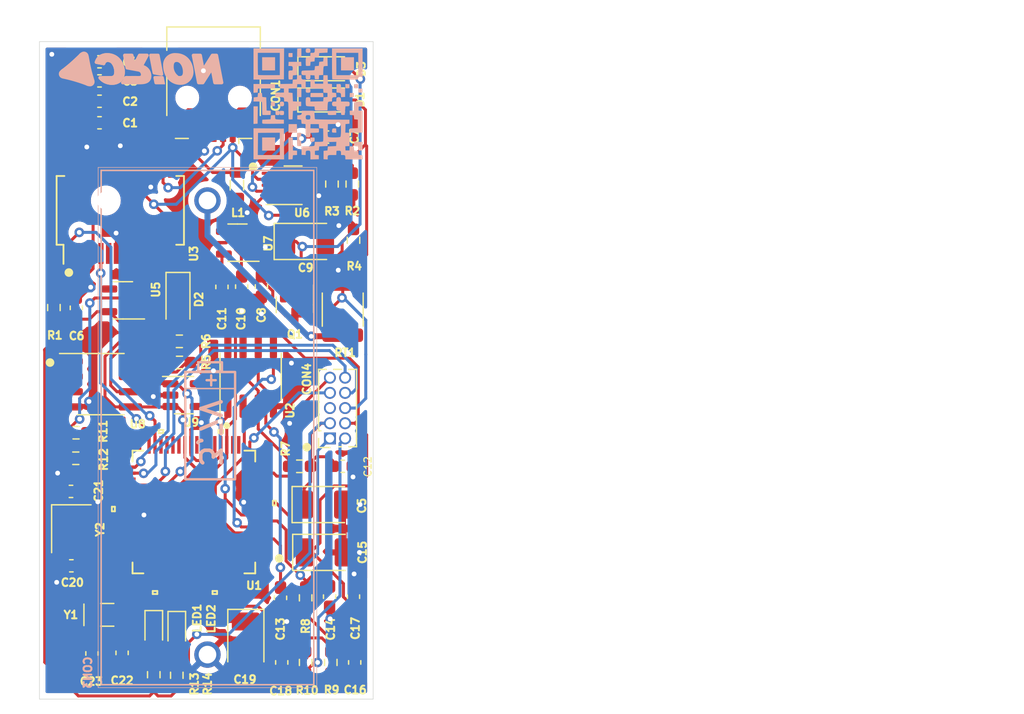
<source format=kicad_pcb>
(kicad_pcb (version 20211014) (generator pcbnew)
  (layers (0 "F.Cu" signal "cobre frontal") (31 "B.Cu" signal "Cobre traseira") (34 "B.Paste" user "Pasta traseira") (35 "F.Paste" user "Pasta frontal") (36 "B.SilkS" user "Serigrafia traseira") (37 "F.SilkS" user "Serigrafia frontal") (38 "B.Mask" user "Máscara traseira") (39 "F.Mask" user "Máscara frontal") (44 "Edge.Cuts" user "Cortes contorno"))
  (net 0 "")
  (net 1 "0")
  (net 2 "+3V3")
  (net 3 "Net-(C7-Pad1)")
  (net 4 "RESET")
  (net 5 "+5VD")
  (net 6 "+3.3VP")
  (net 7 "Net-(C18-Pad1)")
  (net 8 "GND")
  (net 9 "Net-(CON1-Pad2)")
  (net 10 "Net-(CON1-Pad3)")
  (net 11 "Net-(CON1-Pad5)")
  (net 12 "LED2")
  (net 13 "Net-(LED1-Pad2)")
  (net 14 "LED3")
  (net 15 "Net-(LED2-Pad2)")
  (net 16 "PIN-PWRMODE")
  (net 17 "PGED2")
  (net 18 "PGEC2")
  (net 19 "PIN-SCL")
  (net 20 "PIN-SDA")
  (net 21 "+2V5")
  (net 22 "Net-(CON3-Pad1)")
  (net 23 "RXA")
  (net 24 "TXA")
  (net 27 "Net-(C4-Pad1)")
  (net 28 "Net-(R2-Pad1)")
  (net 29 "Net-(R3-Pad2)")
  (net 30 "Net-(U1-Pad5)")
  (net 31 "Net-(U1-Pad6)")
  (net 32 "Net-(R7-Pad2)")
  (net 33 "Net-(U1-Pad8)")
  (net 48 "Net-(C13-Pad1)")
  (net 49 "Net-(C20-Pad1)")
  (net 50 "Net-(C21-Pad1)")
  (net 51 "VBAT")
  (net 53 "K0")
  (net 54 "K1")
  (net 55 "K2")
  (net 56 "K3")
  (net 57 "KC")
  (net 58 "KD")
  (net 59 "KE")
  (net 60 "K4")
  (net 61 "K5")
  (net 62 "K6")
  (net 63 "K7")
  (net 64 "K8")
  (net 65 "K9")
  (net 66 "RXB")
  (net 67 "TXB")
  (net 69 "KB")
  (net 70 "KA")
  (net 96 "+5V")
  (net 97 "Net-(C10-Pad1)")
  (net 98 "Net-(C22-Pad1)")
  (net 99 "Net-(C23-Pad1)")
  (net 101 "Net-(R9-Pad2)")
  (footprint "Capacitor_SMD:C_0603_1608Metric_Pad1.08x0.95mm_HandSolder" (layer "F.Cu") (at 193.1 39.7 -90)
    (fp_text reference "C11")
    (fp_text value "100nF")
  )
  (footprint "Capacitor_Tantalum_SMD:CP_EIA-3528-12_Kemet-T_Pad1.50x2.35mm_HandSolder" (layer "F.Cu") (at 201.65 61.9)
    (fp_text reference "C15")
    (fp_text value "10UfX6V-Tan")
  )
  (footprint "Capacitor_SMD:C_0603_1608Metric_Pad1.08x0.95mm_HandSolder" (layer "F.Cu") (at 203.2 54.7)
    (fp_text reference "C12")
    (fp_text value "100nF")
  )
  (footprint "Capacitor_SMD:C_0603_1608Metric_Pad1.08x0.95mm_HandSolder" (layer "F.Cu") (at 196.4 39.6625 -90)
    (fp_text reference "C8")
    (fp_text value "100nF")
  )
  (footprint "Resistor_SMD:R_0603_1608Metric_Pad0.98x0.95mm_HandSolder" (layer "F.Cu") (at 200.1 71.1 90)
    (fp_text reference "R10")
    (fp_text value "1K")
  )
  (footprint "Diode_SMD:D_SOD-123" (layer "F.Cu") (at 201.7 21.46)
    (fp_text reference "D3")
    (fp_text value "SSA33L")
  )
  (footprint "footprints:PIC24HJ64GP206-I_slash_PT" (layer "F.Cu") (at 190.754 58.5216 180)
    (fp_text reference "U1")
    (fp_text value "PIC24HJ64GP206-I_PT" hide)
  )
  (footprint "Package_SON:VSON-10-1EP_3x3mm_P0.5mm_EP1.2x2mm" (layer "F.Cu") (at 198.3 31.2)
    (fp_text reference "U6")
    (fp_text value "LM3658SD")
  )
  (footprint "Capacitor_SMD:C_0603_1608Metric_Pad1.08x0.95mm_HandSolder" (layer "F.Cu") (at 182.8625 25.975 180)
    (fp_text reference "C1")
    (fp_text value "100nF")
  )
  (footprint "Package_TO_SOT_SMD:SOT-23-5" (layer "F.Cu") (at 194.4 36 180)
    (fp_text reference "U7")
    (fp_text value "TPS7A0533PDBV")
  )
  (footprint "Resistor_SMD:R_0603_1608Metric_Pad0.98x0.95mm_HandSolder" (layer "F.Cu") (at 180.9 51.89 180)
    (fp_text reference "R11")
    (fp_text value "1K5")
  )
  (footprint "Capacitor_SMD:C_0603_1608Metric_Pad1.08x0.95mm_HandSolder" (layer "F.Cu") (at 201.88 27.17)
    (fp_text reference "C7")
    (fp_text value "1uF")
  )
  (footprint "Resistor_SMD:R_0603_1608Metric_Pad0.98x0.95mm_HandSolder" (layer "F.Cu") (at 189.3254 72.1746 90)
    (fp_text reference "R14")
    (fp_text value "470R")
  )
  (footprint "Resistor_SMD:R_0603_1608Metric_Pad0.98x0.95mm_HandSolder" (layer "F.Cu") (at 202.3 31.1 90)
    (fp_text reference "R3")
    (fp_text value "10k")
  )
  (footprint "Resistor_SMD:R_0603_1608Metric_Pad0.98x0.95mm_HandSolder" (layer "F.Cu") (at 189.55 46.02 180)
    (fp_text reference "R5")
    (fp_text value "1K")
  )
  (footprint "Connector_USB:USB_Mini-B_Lumberg_2486_01_Horizontal" (layer "F.Cu") (at 192.4 23.875 180)
    (fp_text reference "CON1")
    (fp_text value "USB_B")
  )
  (footprint "Inductor_SMD:L_0805_2012Metric" (layer "F.Cu") (at 194.35 31.2 90)
    (fp_text reference "L1")
    (fp_text value "BLM21PG221SN1D")
  )
  (footprint "LED_SMD:LED_0603_1608Metric_Pad1.05x0.95mm_HandSolder" (layer "F.Cu") (at 189.3254 68.5 -90)
    (fp_text reference "LED2")
    (fp_text value "GREEN")
  )
  (footprint "Resistor_SMD:R_0603_1608Metric_Pad0.98x0.95mm_HandSolder" (layer "F.Cu") (at 200.1 65.7 90)
    (fp_text reference "R8")
    (fp_text value "22k")
  )
  (footprint "Capacitor_SMD:C_0603_1608Metric_Pad1.08x0.95mm_HandSolder" (layer "F.Cu") (at 180.925 41.45 90)
    (fp_text reference "C6")
    (fp_text value "100nF")
  )
  (footprint "Crystal:Crystal_SMD_TXC_7M-4Pin_3.2x2.5mm" (layer "F.Cu") (at 180.5075 59.92 -90)
    (fp_text reference "Y2")
    (fp_text value "Crystal_20MHz")
  )
  (footprint "Diode_SMD:D_SOD-123" (layer "F.Cu") (at 201.7 24.07)
    (fp_text reference "D1")
    (fp_text value "SSA33L")
  )
  (footprint "Resistor_SMD:R_0603_1608Metric_Pad0.98x0.95mm_HandSolder" (layer "F.Cu") (at 180.88 54.0272)
    (fp_text reference "R12")
    (fp_text value "3K3")
  )
  (footprint "Capacitor_SMD:C_0603_1608Metric_Pad1.08x0.95mm_HandSolder" (layer "F.Cu") (at 198.1 71.1 -90)
    (fp_text reference "C18")
    (fp_text value "100nF")
  )
  (footprint "Capacitor_Tantalum_SMD:CP_EIA-3528-12_Kemet-T_Pad1.50x2.35mm_HandSolder" (layer "F.Cu") (at 200.1 35.9)
    (fp_text reference "C9")
    (fp_text value "470uFx16v")
  )
  (footprint "Capacitor_SMD:C_0603_1608Metric_Pad1.08x0.95mm_HandSolder" (layer "F.Cu") (at 182.8625 20.875 180)
    (fp_text reference "C4")
    (fp_text value "1uF")
  )
  (footprint "Capacitor_SMD:C_0603_1608Metric_Pad1.08x0.95mm_HandSolder" (layer "F.Cu") (at 198 65.7 -90)
    (fp_text reference "C13")
    (fp_text value "47pF")
  )
  (footprint "Resistor_SMD:R_0603_1608Metric_Pad0.98x0.95mm_HandSolder" (layer "F.Cu") (at 204 31.1 -90)
    (fp_text reference "R2")
    (fp_text value "10k")
  )
  (footprint "Resistor_SMD:R_0603_1608Metric_Pad0.98x0.95mm_HandSolder" (layer "F.Cu") (at 204.1 35.8 -90)
    (fp_text reference "R4")
    (fp_text value "10k")
  )
  (footprint "Capacitor_SMD:C_0603_1608Metric_Pad1.08x0.95mm_HandSolder" (layer "F.Cu") (at 182.23 70.35 -90)
    (fp_text reference "C23")
    (fp_text value "7pF")
  )
  (footprint "Resistor_SMD:R_0603_1608Metric_Pad0.98x0.95mm_HandSolder" (layer "F.Cu") (at 179.05 41.425 90)
    (fp_text reference "R1")
    (fp_text value "0R")
  )
  (footprint "Package_TO_SOT_SMD:SOT-23-5" (layer "F.Cu") (at 189.93 48.75)
    (fp_text reference "U9")
    (fp_text value "24AA02-OT")
  )
  (footprint "Resistor_SMD:R_0603_1608Metric_Pad0.98x0.95mm_HandSolder" (layer "F.Cu") (at 187.4 72.125 90)
    (fp_text reference "R13")
    (fp_text value "470R")
  )
  (footprint "Capacitor_SMD:C_0603_1608Metric_Pad1.08x0.95mm_HandSolder" (layer "F.Cu") (at 182.8625 22.475 180)
    (fp_text reference "C3")
    (fp_text value "4,7uF")
  )
  (footprint "Capacitor_SMD:C_0603_1608Metric_Pad1.08x0.95mm_HandSolder" (layer "F.Cu") (at 180.4775 56.8)
    (fp_text reference "C21")
    (fp_text value "10pF")
  )
  (footprint "Connector_PinSocket_1.27mm:PinSocket_2x05_P1.27mm_Vertical" (layer "F.Cu") (at 202.13 52.37 180)
    (fp_text reference "CON4")
    (fp_text value "Conn_02x05_Odd_Even")
  )
  (footprint "Package_SO:SOIC-8_3.9x4.9mm_P1.27mm" (layer "F.Cu") (at 195.5 47.2 90)
    (fp_text reference "U2")
    (fp_text value "FM25V10-GTR")
  )
  (footprint "Capacitor_SMD:C_0603_1608Metric_Pad1.08x0.95mm_HandSolder" (layer "F.Cu") (at 194.751 39.6746 -90)
    (fp_text reference "C10")
    (fp_text value "100nF")
  )
  (footprint "Capacitor_SMD:C_0603_1608Metric_Pad1.08x0.95mm_HandSolder" (layer "F.Cu") (at 182.8625 24.175 180)
    (fp_text reference "C2")
    (fp_text value "10nF")
  )
  (footprint "Capacitor_SMD:C_0603_1608Metric_Pad1.08x0.95mm_HandSolder" (layer "F.Cu") (at 204.2 71.1 -90)
    (fp_text reference "C16")
    (fp_text value "100nF")
  )
  (footprint "LED_SMD:LED_0603_1608Metric_Pad1.05x0.95mm_HandSolder" (layer "F.Cu") (at 187.4 68.425 -90)
    (fp_text reference "LED1")
    (fp_text value "RED")
  )
  (footprint "Capacitor_SMD:C_0603_1608Metric_Pad1.08x0.95mm_HandSolder" (layer "F.Cu") (at 180.5075 63.02 180)
    (fp_text reference "C20")
    (fp_text value "10pF")
  )
  (footprint "Resistor_SMD:R_0603_1608Metric_Pad0.98x0.95mm_HandSolder" (layer "F.Cu") (at 199.6 54.7 180)
    (fp_text reference "R7")
    (fp_text value "22k")
  )
  (footprint "Package_TO_SOT_SMD:SOT-23-5" (layer "F.Cu") (at 184.825 40.8225 180)
    (fp_text reference "U5")
    (fp_text value "TPS7A0533PDBV")
  )
  (footprint "bt1:BAT_BH123A" (layer "F.Cu") (at 191.89 51.46 90)
    (fp_text reference "CON3")
    (fp_text value "CR123A" hide)
  )
  (footprint "Package_SO:SSOP-28_5.3x10.2mm_P0.65mm" (layer "F.Cu") (at 184.6 33.3 90)
    (fp_text reference "U3")
    (fp_text value "FT232RL")
  )
  (footprint "Capacitor_SMD:C_0603_1608Metric_Pad1.08x0.95mm_HandSolder" (layer "F.Cu") (at 184.75 70.3 -90)
    (fp_text reference "C22")
    (fp_text value "7pF")
  )
  (footprint "Diode_SMD:D_SOD-123" (layer "F.Cu") (at 189.425 40.74 -90)
    (fp_text reference "D2")
    (fp_text value "SSA33L")
  )
  (footprint "Capacitor_SMD:C_0603_1608Metric_Pad1.08x0.95mm_HandSolder" (layer "F.Cu") (at 204.1 65.6 90)
    (fp_text reference "C17")
    (fp_text value "100nF")
  )
  (footprint "Capacitor_Tantalum_SMD:CP_EIA-3528-12_Kemet-T_Pad1.50x2.35mm_HandSolder" (layer "F.Cu") (at 201.6 57.9)
    (fp_text reference "C5")
    (fp_text value "220uFx16V")
  )
  (footprint "Resistor_SMD:R_0603_1608Metric_Pad0.98x0.95mm_HandSolder" (layer "F.Cu") (at 202.2 71.1 90)
    (fp_text reference "R9")
    (fp_text value "22K")
  )
  (footprint "Capacitor_Tantalum_SMD:CP_EIA-3528-12_Kemet-T_Pad1.50x2.35mm_HandSolder" (layer "F.Cu") (at 195.1 69.3 -90)
    (fp_text reference "C19")
    (fp_text value "10uFx6V-Tan")
  )
  (footprint "Package_SO:SOIC-8_3.9x4.9mm_P1.27mm" (layer "F.Cu") (at 182.97 47.83)
    (fp_text reference "U8")
    (fp_text value "ATSHA204A-SSHDA-B")
  )
  (footprint "Resistor_SMD:R_1812_4532Metric" (layer "F.Cu") (at 203.2 41.6 90)
    (fp_text reference "RT1")
    (fp_text value "300mA - 304N")
  )
  (footprint "Crystal:Crystal_SMD_MicroCrystal_CC7V-T1A-2Pin_3.2x1.5mm" (layer "F.Cu") (at 183.51 67.12)
    (fp_text reference "Y1")
    (fp_text value "Crystal_32KHz")
  )
  (footprint "Resistor_SMD:R_0603_1608Metric_Pad0.98x0.95mm_HandSolder" (layer "F.Cu") (at 189.54 44.25 180)
    (fp_text reference "R6")
    (fp_text value "1K")
  )
  (footprint "Capacitor_SMD:C_0603_1608Metric_Pad1.08x0.95mm_HandSolder" (layer "F.Cu") (at 202.1 65.6 -90)
    (fp_text reference "C14")
    (fp_text value "1nF")
  )
  (footprint "LOGO" (layer "F.Cu") (at 200.20155 24.266492)
    (fp_text reference "G1" hide)
    (fp_text value "LOGO" hide)
  )
  (footprint "Package_TO_SOT_SMD:SOT-23" (layer "F.Cu") (at 199.2 41.2 -90)
    (fp_text reference "Q1")
    (fp_text value "IRLML5103")
  )
  (gr_poly (pts (xy 181.736563 22.213474) (xy 181.704207 22.064976) (xy 181.673175 21.912751) (xy 181.643401 21.75647) (xy 181.614822 21.595805) (xy 181.58737 21.430427) (xy 181.560983 21.260007) (xy 181.535594 21.084217) (xy 181.511138 20.902729) (xy 181.51058 20.899315) (xy 181.509882 20.895954) (xy 181.509044 20.892648) (xy 181.508072 20.889402) (xy 181.506969 20.886217) (xy 181.505736 20.883097) (xy 181.504379 20.880044) (xy 181.502899 20.877063) (xy 181.501301 20.874156) (xy 181.499587 20.871326) (xy 181.49776 20.868576) (xy 181.495825 20.865909) (xy 181.493783 20.863328) (xy 181.491639 20.860837) (xy 181.489396 20.858437) (xy 181.487056 20.856134) (xy 181.484624 20.853928) (xy 181.482101 20.851824) (xy 181.479492 20.849825) (xy 181.4768 20.847933) (xy 181.474028 20.846152) (xy 181.471178 20.844484) (xy 181.468256 20.842933) (xy 181.465262 20.841502) (xy 181.462202 20.840194) (xy 181.459078 20.839011) (xy 181.455893 20.837958) (xy 181.452651 20.837036) (xy 181.449354 20.83625) (xy 181.446007 20.835601) (xy 181.442611 20.835094) (xy 181.439171 20.834731) (xy 181.434859 20.834364) (xy 181.430554 20.834219) (xy 181.426264 20.834292) (xy 181.421997 20.834581) (xy 181.417759 20.835084) (xy 181.413561 20.835799) (xy 181.409408 20.836722) (xy 181.405309 20.837852) (xy 181.401272 20.839187) (xy 181.397305 20.840723) (xy 181.393416 20.842458) (xy 181.389612 20.844391) (xy 181.385901 20.846518) (xy 181.382291 20.848838) (xy 181.378791 20.851348) (xy 181.375407 20.854045) (xy 181.233111 20.973646) (xy 181.093601 21.088888) (xy 180.956632 21.19995) (xy 180.821964 21.307012) (xy 180.689356 21.410254) (xy 180.558564 21.509856) (xy 180.429347 21.605998) (xy 180.301463 21.69886) (xy 180.299227 21.700481) (xy 180.297062 21.702173) (xy 180.294969 21.703934) (xy 180.29295 21.70576) (xy 180.291004 21.70765) (xy 180.289133 21.709602) (xy 180.287337 21.711613) (xy 180.285619 21.713681) (xy 180.283979 21.715803) (xy 180.282417 21.717977) (xy 180.280936 21.720201) (xy 180.279534 21.722472) (xy 180.278215 21.724789) (xy 180.276979 21.727148) (xy 180.275826 21.729548) (xy 180.274758 21.731986) (xy 180.273775 21.734459) (xy 180.272879 21.736966) (xy 180.272071 21.739504) (xy 180.271351 21.742071) (xy 180.270721 21.744664) (xy 180.270181 21.747282) (xy 180.269733 21.749921) (xy 180.269377 21.752579) (xy 180.269115 21.755255) (xy 180.268947 21.757945) (xy 180.268875 21.760648) (xy 180.268899 21.763361) (xy 180.26902 21.766081) (xy 180.26924 21.768807) (xy 180.269558 21.771536) (xy 180.269978 21.774266) (xy 180.271234 21.779691) (xy 180.272852 21.784968) (xy 180.274817 21.790083) (xy 180.277117 21.795023) (xy 180.279739 21.799772) (xy 180.282669 21.804317) (xy 180.285895 21.808643) (xy 180.289404 21.812736) (xy 180.293181 21.816582) (xy 180.297215 21.820167) (xy 180.301492 21.823475) (xy 180.306 21.826494) (xy 180.310724 21.829209) (xy 180.315653 21.831605) (xy 180.320772 21.833668) (xy 180.326069 21.835385) (xy 180.49068 21.886263) (xy 180.654601 21.939249) (xy 180.817812 21.994337) (xy 180.980293 22.051519) (xy 181.142025 22.110788) (xy 181.302987 22.172138) (xy 181.463159 22.23556) (xy 181.622523 22.301049) (xy 181.625395 22.302182) (xy 181.628303 22.30321) (xy 181.631244 22.304133) (xy 181.634215 22.304949) (xy 181.637212 22.305658) (xy 181.640234 22.30626) (xy 181.643278 22.306753) (xy 181.64634 22.307137) (xy 181.65118 22.307524) (xy 181.656006 22.307631) (xy 181.660806 22.307463) (xy 181.66557 22.307024) (xy 181.670286 22.306316) (xy 181.674945 22.305345) (xy 181.679534 22.304115) (xy 181.684044 22.302628) (xy 181.688462 22.30089) (xy 181.692779 22.298904) (xy 181.696983 22.296673) (xy 181.701062 22.294203) (xy 181.705008 22.291497) (xy 181.708807 22.288559) (xy 181.71245 22.285392) (xy 181.715926 22.282001) (xy 181.719198 22.278566) (xy 181.722224 22.274956) (xy 181.725 22.271185) (xy 181.727523 22.267266) (xy 181.729788 22.263212) (xy 181.731791 22.259037) (xy 181.733529 22.254753) (xy 181.734997 22.250374) (xy 181.736191 22.245912) (xy 181.737108 22.241381) (xy 181.737744 22.236794) (xy 181.738094 22.232164) (xy 181.738155 22.227504) (xy 181.737923 22.222827) (xy 181.737394 22.218146) (xy 181.736563 22.213474)) (layer "B.SilkS") (width 0.264583) (fill solid))
  (gr_poly (pts (xy 184.760486 22.198129) (xy 184.73457 22.24922) (xy 184.705599 22.297201) (xy 184.67373 22.34211) (xy 184.639126 22.383985) (xy 184.601945 22.422866) (xy 184.562348 22.458793) (xy 184.520495 22.491804) (xy 184.476546 22.521937) (xy 184.430662 22.549233) (xy 184.383003 22.57373) (xy 184.333728 22.595468) (xy 184.282999 22.614485) (xy 184.230974 22.63082) (xy 184.177815 22.644512) (xy 184.123681 22.655601) (xy 184.068733 22.664126) (xy 184.01313 22.670125) (xy 183.957034 22.673638) (xy 183.900603 22.674703) (xy 183.843999 22.673361) (xy 183.787381 22.669649) (xy 183.73091 22.663606) (xy 183.674746 22.655273) (xy 183.619048 22.644687) (xy 183.563978 22.631889) (xy 183.509695 22.616916) (xy 183.456359 22.599809) (xy 183.404131 22.580606) (xy 183.353171 22.559345) (xy 183.303639 22.536067) (xy 183.255694 22.510811) (xy 183.209498 22.483614) (xy 183.187977 22.469825) (xy 183.166759 22.455608) (xy 183.14585 22.440967) (xy 183.125258 22.425908) (xy 183.104987 22.410436) (xy 183.085043 22.394557) (xy 183.065434 22.378275) (xy 183.046164 22.361598) (xy 183.02724 22.344528) (xy 183.008668 22.327073) (xy 182.990454 22.309237) (xy 182.972604 22.291026) (xy 182.955123 22.272444) (xy 182.938019 22.253498) (xy 182.921297 22.234192) (xy 182.904963 22.214533) (xy 182.904536 22.213896) (xy 182.904158 22.213237) (xy 182.90383 22.212557) (xy 182.903552 22.211861) (xy 182.903323 22.211151) (xy 182.903144 22.210428) (xy 182.903015 22.209697) (xy 182.902937 22.208959) (xy 182.902909 22.208218) (xy 182.902931 22.207476) (xy 182.903005 22.206735) (xy 182.90313 22.205999) (xy 182.903306 22.20527) (xy 182.903534 22.204551) (xy 182.903813 22.203844) (xy 182.904144 22.203153) (xy 182.904328 22.202816) (xy 182.904523 22.202486) (xy 182.904729 22.202166) (xy 182.904944 22.201854) (xy 182.90517 22.201551) (xy 182.905405 22.201257) (xy 182.90565 22.200972) (xy 182.905904 22.200697) (xy 182.906166 22.200431) (xy 182.906437 22.200174) (xy 182.906716 22.199928) (xy 182.907003 22.199691) (xy 182.907298 22.199465) (xy 182.9076 22.199249) (xy 182.907909 22.199044) (xy 182.908225 22.198849) (xy 182.908547 22.198666) (xy 182.908876 22.198493) (xy 182.90921 22.198332) (xy 182.90955 22.198182) (xy 182.909895 22.198043) (xy 182.910245 22.197917) (xy 182.9106 22.197802) (xy 182.910959 22.197699) (xy 182.911323 22.197609) (xy 182.91169 22.197531) (xy 182.912061 22.197466) (xy 182.912435 22.197413) (xy 182.912812 22.197374) (xy 182.913192 22.197348) (xy 182.913574 22.197334) (xy 182.913959 22.197335) (xy 183.80825 22.197335) (xy 183.820545 22.197866) (xy 183.832836 22.198103) (xy 183.845118 22.198046) (xy 183.857387 22.197695) (xy 183.869638 22.197052) (xy 183.881864 22.196117) (xy 183.894061 22.194892) (xy 183.906224 22.193375) (xy 183.918347 22.191569) (xy 183.930425 22.189474) (xy 183.942453 22.187091) (xy 183.954426 22.184421) (xy 183.966338 22.181463) (xy 183.978185 22.178219) (xy 183.989961 22.17469) (xy 184.001661 22.170877) (xy 184.020862 22.161646) (xy 184.039346 22.151336) (xy 184.057077 22.139991) (xy 184.074019 22.127656) (xy 184.090139 22.114374) (xy 184.105399 22.10019) (xy 184.119765 22.085149) (xy 184.133202 22.069293) (xy 184.145675 22.052668) (xy 184.157147 22.035318) (xy 184.167585 22.017287) (xy 184.176952 21.998619) (xy 184.185213 21.979358) (xy 184.192333 21.959549) (xy 184.198277 21.939237) (xy 184.203009 21.918464) (xy 184.208655 21.888983) (xy 184.213471 21.859396) (xy 184.217459 21.829721) (xy 184.220618 21.799976) (xy 184.222949 21.770176) (xy 184.224452 21.740341) (xy 184.225127 21.710487) (xy 184.224975 21.680631) (xy 184.223995 21.650791) (xy 184.22219 21.620984) (xy 184.219557 21.591227) (xy 184.216099 21.561538) (xy 184.211815 21.531933) (xy 184.206706 21.502431) (xy 184.200772 21.473048) (xy 184.194013 21.443802) (xy 184.187671 21.413382) (xy 184.180492 21.383194) (xy 184.172482 21.353252) (xy 184.163649 21.323575) (xy 184.154001 21.294177) (xy 184.143544 21.265076) (xy 184.132285 21.236288) (xy 184.120233 21.207829) (xy 184.107394 21.179717) (xy 184.093776 21.151967) (xy 184.079385 21.124597) (xy 184.06423 21.097622) (xy 184.048317 21.07106) (xy 184.031653 21.044926) (xy 184.014247 21.019237) (xy 183.996105 20.99401) (xy 183.974768 20.965413) (xy 183.951784 20.938484) (xy 183.92725 20.913268) (xy 183.901267 20.889815) (xy 183.873933 20.868171) (xy 183.845347 20.848384) (xy 183.815609 20.8305) (xy 183.784817 20.814567) (xy 183.753071 20.800633) (xy 183.720469 20.788745) (xy 183.687111 20.77895) (xy 183.653096 20.771296) (xy 183.618523 20.765829) (xy 183.583491 20.762597) (xy 183.548099 20.761648) (xy 183.512447 20.763028) (xy 183.499115 20.7648) (xy 183.485943 20.767077) (xy 183.46012 20.773107) (xy 183.435065 20.781043) (xy 183.410863 20.790808) (xy 183.3876 20.802328) (xy 183.365362 20.815526) (xy 183.344235 20.830326) (xy 183.324304 20.846653) (xy 183.305656 20.86443) (xy 183.288375 20.883582) (xy 183.272549 20.904033) (xy 183.258262 20.925706) (xy 183.245601 20.948527) (xy 183.234651 20.972419) (xy 183.225499 20.997307) (xy 183.221623 21.0101) (xy 183.218229 21.023114) (xy 183.218074 21.023613) (xy 183.217896 21.024099) (xy 183.217697 21.024572) (xy 183.217478 21.025032) (xy 183.217239 21.025478) (xy 183.216981 21.02591) (xy 183.216704 21.026328) (xy 183.21641 21.02673) (xy 183.216098 21.027117) (xy 183.215771 21.027488) (xy 183.215427 21.027843) (xy 183.215068 21.028181) (xy 183.214696 21.028502) (xy 183.214309 21.028806) (xy 183.213909 21.029091) (xy 183.213498 21.029358) (xy 183.213074 21.029607) (xy 183.21264 21.029836) (xy 183.212195 21.030045) (xy 183.211741 21.030234) (xy 183.211278 21.030403) (xy 183.210807 21.030551) (xy 183.210328 21.030678) (xy 183.209843 21.030782) (xy 183.209351 21.030865) (xy 183.208854 21.030925) (xy 183.208352 21.030962) (xy 183.207846 21.030976) (xy 183.207336 21.030965) (xy 183.206824 21.030931) (xy 183.20631 21.030871) (xy 183.205794 21.030787) (xy 182.602544 20.920191) (xy 182.601987 20.920099) (xy 182.601438 20.919977) (xy 182.6009 20.919826) (xy 182.600372 20.919647) (xy 182.599856 20.919441) (xy 182.599352 20.919207) (xy 182.598863 20.918947) (xy 182.598389 20.918661) (xy 182.597931 20.918351) (xy 182.59749 20.918016) (xy 182.597066 20.917657) (xy 182.596662 20.917275) (xy 182.596278 20.916871) (xy 182.595915 20.916445) (xy 182.595575 20.915998) (xy 182.595257 20.915531) (xy 182.594966 20.915047) (xy 182.594703 20.91455) (xy 182.594468 20.914042) (xy 182.594262 20.913524) (xy 182.594084 20.912998) (xy 182.593936 20.912463) (xy 182.593817 20.911922) (xy 182.593726 20.911376) (xy 182.593666 20.910826) (xy 182.593634 20.910272) (xy 182.593633 20.909718) (xy 182.593661 20.909162) (xy 182.59372 20.908608) (xy 182.593809 20.908056) (xy 182.593928 20.907507) (xy 182.594078 20.906962) (xy 182.598919 20.89291) (xy 182.60433 20.878432) (xy 182.610039 20.863974) (xy 182.615773 20.849977) (xy 182.626224 20.825144) (xy 182.6335 20.807478) (xy 182.639723 20.792863) (xy 182.646183 20.778354) (xy 182.65288 20.763954) (xy 182.659811 20.749668) (xy 182.666976 20.735497) (xy 182.674373 20.721445) (xy 182.682 20.707514) (xy 182.689857 20.693708) (xy 182.703823 20.670253) (xy 182.718578 20.647358) (xy 182.734105 20.625041) (xy 182.750384 20.60332) (xy 182.767398 20.582212) (xy 182.785128 20.561734) (xy 182.803557 20.541904) (xy 182.822666 20.522741) (xy 182.842436 20.504261) (xy 182.86285 20.486482) (xy 182.88389 20.469422) (xy 182.905536 20.453099) (xy 182.927772 20.43753) (xy 182.950579 20.422732) (xy 182.973938 20.408723) (xy 182.997831 20.395522) (xy 183.030567 20.380094) (xy 183.063732 20.365788) (xy 183.097297 20.35261) (xy 183.131233 20.340566) (xy 183.165512 20.329661) (xy 183.200105 20.319901) (xy 183.234982 20.311292) (xy 183.270114 20.303839) (xy 183.305473 20.297547) (xy 183.34103 20.292423) (xy 183.376755 20.288472) (xy 183.41262 20.285701) (xy 183.448595 20.284113) (xy 183.484652 20.283716) (xy 183.520762 20.284514) (xy 183.556896 20.286514) (xy 183.556896 20.284927) (xy 183.612469 20.28732) (xy 183.667705 20.292084) (xy 183.722536 20.299192) (xy 183.77689 20.308616) (xy 183.830697 20.32033) (xy 183.883886 20.334307) (xy 183.936387 20.350521) (xy 183.988128 20.368943) (xy 184.03904 20.389548) (xy 184.089052 20.412309) (xy 184.138092 20.437198) (xy 184.186091 20.46419) (xy 184.232977 20.493256) (xy 184.278681 20.524371) (xy 184.323131 20.557507) (xy 184.366257 20.592637) (xy 184.40551 20.629691) (xy 184.443242 20.668102) (xy 184.479424 20.707822) (xy 184.514028 20.748801) (xy 184.547025 20.790992) (xy 184.578386 20.834345) (xy 184.608082 20.878811) (xy 184.636085 20.924341) (xy 184.662365 20.970887) (xy 184.686894 21.0184) (xy 184.709642 21.06683) (xy 184.730582 21.116129) (xy 184.749684 21.166247) (xy 184.766919 21.217137) (xy 184.78226 21.26875) (xy 184.795676 21.321035) (xy 184.810811 21.375275) (xy 184.823621 21.429932) (xy 184.834109 21.484932) (xy 184.842279 21.540203) (xy 184.848132 21.595671) (xy 184.851672 21.651266) (xy 184.852901 21.706913) (xy 184.851823 21.762541) (xy 184.848441 21.818076) (xy 184.842757 21.873445) (xy 184.834775 21.928578) (xy 184.824497 21.983399) (xy 184.811926 22.037838) (xy 184.797065 22.091821) (xy 184.779917 22.145275) (xy 184.760486 22.198129)) (layer "B.SilkS") (width 0.264583) (fill solid))
  (gr_poly (pts (xy 187.044369 22.251045) (xy 187.031034 22.288581) (xy 187.015363 22.32356) (xy 186.997465 22.356072) (xy 186.97745 22.386206) (xy 186.955428 22.414052) (xy 186.931508 22.439699) (xy 186.905799 22.463237) (xy 186.878413 22.484755) (xy 186.849458 22.504343) (xy 186.819044 22.522091) (xy 186.787281 22.538087) (xy 186.754279 22.552422) (xy 186.720148 22.565185) (xy 186.684996 22.576466) (xy 186.648935 22.586353) (xy 186.612073 22.594937) (xy 186.536386 22.608554) (xy 186.458815 22.618031) (xy 186.380237 22.624084) (xy 186.30153 22.627432) (xy 186.147241 22.62887) (xy 186.002969 22.628076) (xy 184.803613 22.628076) (xy 184.802812 22.628085) (xy 184.802022 22.628032) (xy 184.801245 22.627919) (xy 184.800484 22.627749) (xy 184.799741 22.627524) (xy 184.799021 22.627244) (xy 184.798325 22.626912) (xy 184.797657 22.62653) (xy 184.797019 22.626099) (xy 184.796414 22.625621) (xy 184.795845 22.625098) (xy 184.795315 22.624532) (xy 184.794827 22.623924) (xy 184.794383 22.623277) (xy 184.793986 22.622591) (xy 184.79364 22.621869) (xy 184.793351 22.621122) (xy 184.793122 22.620364) (xy 184.792953 22.619597) (xy 184.792845 22.618825) (xy 184.792795 22.618051) (xy 184.792803 22.617278) (xy 184.792868 22.61651) (xy 184.792991 22.61575) (xy 184.79317 22.615001) (xy 184.793404 22.614267) (xy 184.793693 22.61355) (xy 184.794037 22.612855) (xy 184.794434 22.612184) (xy 184.794884 22.61154) (xy 184.795386 22.610928) (xy 184.79594 22.610349) (xy 184.812817 22.593738) (xy 184.829286 22.576754) (xy 184.845342 22.559405) (xy 184.86098 22.541699) (xy 184.876193 22.523644) (xy 184.890977 22.505247) (xy 184.905326 22.486517) (xy 184.919233 22.467462) (xy 184.932695 22.448088) (xy 184.945704 22.428404) (xy 184.958256 22.408418) (xy 184.970344 22.388137) (xy 184.981964 22.36757) (xy 184.99311 22.346724) (xy 185.003776 22.325607) (xy 185.013956 22.304226) (xy 185.060258 22.203949) (xy 185.060437 22.203589) (xy 185.060628 22.203238) (xy 185.06083 22.202895) (xy 185.061043 22.202561) (xy 185.061267 22.202237) (xy 185.061502 22.201921) (xy 185.061747 22.201615) (xy 185.062002 22.201318) (xy 185.062267 22.201032) (xy 185.062541 22.200755) (xy 185.062824 22.200489) (xy 185.063116 22.200232) (xy 185.063416 22.199987) (xy 185.063725 22.199752) (xy 185.064041 22.199529) (xy 185.064365 22.199316) (xy 185.064696 22.199115) (xy 185.065034 22.198926) (xy 185.065378 22.198748) (xy 185.065729 22.198582) (xy 185.066085 22.198429) (xy 185.066448 22.198288) (xy 185.066815 22.198159) (xy 185.067188 22.198043) (xy 185.067565 22.19794) (xy 185.067947 22.197851) (xy 185.068333 22.197774) (xy 185.068723 22.197711) (xy 185.069116 22.197662) (xy 185.069512 22.197627) (xy 185.069911 22.197606) (xy 185.070313 22.197599) (xy 186.093721 22.197599) (xy 186.108066 22.198196) (xy 186.122409 22.198472) (xy 186.136743 22.198428) (xy 186.151064 22.198065) (xy 186.165366 22.197382) (xy 186.179645 22.196382) (xy 186.193894 22.195064) (xy 186.208108 22.193429) (xy 186.222282 22.191478) (xy 186.236411 22.189211) (xy 186.25049 22.18663) (xy 186.264513 22.183734) (xy 186.278474 22.180525) (xy 186.29237 22.177004) (xy 186.306193 22.17317) (xy 186.319939 22.169024) (xy 186.328432 22.165667) (xy 186.336707 22.161972) (xy 186.34476 22.15795) (xy 186.352583 22.153612) (xy 186.36017 22.148967) (xy 186.367516 22.144025) (xy 186.374615 22.138798) (xy 186.38146 22.133295) (xy 186.388045 22.127526) (xy 186.394364 22.121501) (xy 186.400411 22.115231) (xy 186.406181 22.108726) (xy 186.411666 22.101996) (xy 186.416861 22.095051) (xy 186.42176 22.087902) (xy 186.426357 22.080558) (xy 186.430645 22.073029) (xy 186.434619 22.065327) (xy 186.438272 22.057461) (xy 186.441598 22.049441) (xy 186.444592 22.041277) (xy 186.447246 22.032981) (xy 186.449556 22.024561) (xy 186.451515 22.016028) (xy 186.453117 22.007392) (xy 186.454355 21.998664) (xy 186.455225 21.989854) (xy 186.455718 21.980971) (xy 186.455831 21.972026) (xy 186.455556 21.96303) (xy 186.454887 21.953992) (xy 186.453819 21.944922) (xy 186.452966 21.921582) (xy 186.450773 21.89847) (xy 186.447265 21.875637) (xy 186.44247 21.853136) (xy 186.436411 21.831015) (xy 186.429115 21.809328) (xy 186.420607 21.788123) (xy 186.410913 21.767452) (xy 186.400059 21.747367) (xy 186.388071 21.727917) (xy 186.374973 21.709154) (xy 186.360792 21.691129) (xy 186.345553 21.673892) (xy 186.329282 21.657495) (xy 186.312004 21.641988) (xy 186.293746 21.627422) (xy 186.282803 21.620799) (xy 186.271702 21.614475) (xy 186.26045 21.608453) (xy 186.249052 21.602734) (xy 186.237516 21.597321) (xy 186.225847 21.592217) (xy 186.214052 21.587424) (xy 186.202137 21.582943) (xy 186.190108 21.578777) (xy 186.177972 21.574929) (xy 186.165734 21.5714) (xy 186.153402 21.568193) (xy 186.14098 21.565311) (xy 186.128476 21.562755) (xy 186.115896 21.560527) (xy 186.103246 21.558631) (xy 185.933119 21.52741) (xy 185.172442 21.388239) (xy 185.172042 21.388179) (xy 185.171648 21.388104) (xy 185.170876 21.387911) (xy 185.170127 21.387661) (xy 185.169405 21.387356) (xy 185.168711 21.387) (xy 185.168049 21.386594) (xy 185.167421 21.38614) (xy 185.16683 21.385641) (xy 185.166277 21.3851) (xy 185.165766 21.384517) (xy 185.165298 21.383897) (xy 185.164878 21.383241) (xy 185.164506 21.38255) (xy 185.164186 21.381829) (xy 185.16392 21.381078) (xy 185.163808 21.380693) (xy 185.16371 21.380301) (xy 184.961833 20.338637) (xy 184.961761 20.338052) (xy 184.961721 20.337467) (xy 184.961714 20.336884) (xy 184.961738 20.336303) (xy 184.961795 20.335727) (xy 184.961882 20.335155) (xy 184.962001 20.33459) (xy 184.96215 20.334032) (xy 184.962329 20.333484) (xy 184.962538 20.332945) (xy 184.962776 20.332418) (xy 184.963043 20.331904) (xy 184.963339 20.331404) (xy 184.963664 20.330919) (xy 184.964016 20.330451) (xy 184.964395 20.33) (xy 184.9648 20.329572) (xy 184.965225 20.329168) (xy 184.965669 20.32879) (xy 184.966132 20.328439) (xy 184.966612 20.328115) (xy 184.967108 20.327818) (xy 184.967619 20.327548) (xy 184.968144 20.327308) (xy 184.96868 20.327096) (xy 184.969228 20.326913) (xy 184.969786 20.326761) (xy 184.970353 20.326639) (xy 184.970927 20.326548) (xy 184.971507 20.326488) (xy 184.972092 20.326461) (xy 184.972681 20.326466) (xy 185.565612 20.326466) (xy 185.566099 20.326455) (xy 185.566581 20.326466) (xy 185.567058 20.326499) (xy 185.567531 20.326553) (xy 185.567998 20.326628) (xy 185.568458 20.326722) (xy 185.568912 20.326837) (xy 185.569358 20.326972) (xy 185.569797 20.327125) (xy 185.570227 20.327297) (xy 185.570648 20.327487) (xy 185.571059 20.327695) (xy 185.571461 20.32792) (xy 185.571852 20.328162) (xy 185.572232 20.328421) (xy 185.5726 20.328696) (xy 185.572956 20.328986) (xy 185.573299 20.329292) (xy 185.573629 20.329612) (xy 185.573945 20.329947) (xy 185.574247 20.330296) (xy 185.574533 20.330658) (xy 185.574805 20.331033) (xy 185.57506 20.331421) (xy 185.575298 20.331822) (xy 185.57552 20.332234) (xy 185.575724 20.332658) (xy 185.57591 20.333092) (xy 185.576077 20.333538) (xy 185.576225 20.333993) (xy 185.576353 20.334458) (xy 185.57646 20.334932) (xy 185.648394 20.729592) (xy 185.730448 21.191124) (xy 185.730542 21.19155) (xy 185.730651 21.19197) (xy 185.730776 21.192383) (xy 185.730917 21.192788) (xy 185.731072 21.193186) (xy 185.731242 21.193577) (xy 185.731623 21.194333) (xy 185.732059 21.195053) (xy 185.732546 21.195736) (xy 185.733082 21.196379) (xy 185.733664 21.196979) (xy 185.734289 21.197534) (xy 185.734955 21.198041) (xy 185.735659 21.198497) (xy 185.736399 21.198901) (xy 185.737171 21.199248) (xy 185.737568 21.199401) (xy 185.737973 21.199538) (xy 185.738384 21.19966) (xy 185.738802 21.199767) (xy 185.739226 21.199858) (xy 185.739656 21.199932) (xy 185.74052 21.200031) (xy 185.74138 21.200062) (xy 185.742232 21.200027) (xy 185.743073 21.199927) (xy 185.743899 21.199765) (xy 185.744708 21.199541) (xy 185.745495 21.199258) (xy 185.746258 21.198917) (xy 185.746993 21.19852) (xy 185.747698 21.198067) (xy 185.748368 21.197562) (xy 185.749 21.197006) (xy 185.749591 21.1964) (xy 185.750138 21.195746) (xy 185.750637 21.195045) (xy 185.751085 21.194299) (xy 186.203523 20.332022) (xy 186.203709 20.331691) (xy 186.203905 20.331368) (xy 186.204113 20.331054) (xy 186.20433 20.330749) (xy 186.204557 20.330453) (xy 186.204793 20.330166) (xy 186.205039 20.329888) (xy 186.205294 20.329619) (xy 186.205557 20.329361) (xy 186.205829 20.329112) (xy 186.206109 20.328873) (xy 186.206396 20.328644) (xy 186.206691 20.328426) (xy 186.206993 20.328218) (xy 186.207302 20.328021) (xy 186.207617 20.327835) (xy 186.207939 20.327659) (xy 186.208267 20.327495) (xy 186.2086 20.327342) (xy 186.208939 20.327201) (xy 186.209282 20.327072) (xy 186.209631 20.326954) (xy 186.209984 20.326848) (xy 186.210341 20.326755) (xy 186.210702 20.326674) (xy 186.211067 20.326605) (xy 186.211434 20.326549) (xy 186.211805 20.326506) (xy 186.212179 20.326476) (xy 186.212555 20.326459) (xy 186.212933 20.326456) (xy 186.213312 20.326466) (xy 186.835084 20.326466) (xy 186.835788 20.326427) (xy 186.836487 20.326436) (xy 186.837179 20.326491) (xy 186.837862 20.326593) (xy 186.838534 20.326739) (xy 186.839193 20.326929) (xy 186.839836 20.327162) (xy 186.840462 20.327437) (xy 186.841069 20.327753) (xy 186.841654 20.328108) (xy 186.842215 20.328502) (xy 186.84275 20.328934) (xy 186.843258 20.329403) (xy 186.843735 20.329907) (xy 186.84418 20.330447) (xy 186.844591 20.33102) (xy 186.844962 20.331619) (xy 186.845288 20.332237) (xy 186.845571 20.332872) (xy 186.845808 20.333521) (xy 186.846001 20.334181) (xy 186.846149 20.33485) (xy 186.846252 20.335527) (xy 186.84631 20.336208) (xy 186.846323 20.336892) (xy 186.84629 20.337575) (xy 186.846212 20.338257) (xy 186.846089 20.338933) (xy 186.84592 20.339603) (xy 186.845705 20.340263) (xy 186.845444 20.340912) (xy 186.845137 20.341547) (xy 186.366771 21.235575) (xy 186.366485 21.236147) (xy 186.366237 21.236732) (xy 186.366028 21.237328) (xy 186.365858 21.237933) (xy 186.365726 21.238545) (xy 186.365632 21.239163) (xy 186.365578 21.239784) (xy 186.365561 21.240407) (xy 186.365584 21.241029) (xy 186.365645 21.24165) (xy 186.365744 21.242266) (xy 186.365882 21.242877) (xy 186.366059 21.243481) (xy 186.366274 21.244075) (xy 186.366527 21.244657) (xy 186.366819 21.245227) (xy 186.366979 21.245505) (xy 186.367147 21.245777) (xy 186.367322 21.246042) (xy 186.367506 21.246301) (xy 186.367697 21.246553) (xy 186.367895 21.246798) (xy 186.368313 21.247268) (xy 186.368757 21.247709) (xy 186.369227 21.248121) (xy 186.36972 21.248502) (xy 186.370236 21.248852) (xy 186.370772 21.249168) (xy 186.371328 21.249452) (xy 186.371901 21.2497) (xy 186.37249 21.249914) (xy 186.373093 21.25009) (xy 186.3734 21.250165) (xy 186.373709 21.250229) (xy 186.374022 21.250285) (xy 186.374337 21.25033) (xy 186.374654 21.250366) (xy 186.374974 21.250391) (xy 186.417244 21.257725) (xy 186.458862 21.267228) (xy 186.499754 21.278856) (xy 186.539848 21.292561) (xy 186.57907 21.308297) (xy 186.617346 21.326019) (xy 186.654603 21.345678) (xy 186.690767 21.36723) (xy 186.725766 21.390627) (xy 186.759526 21.415824) (xy 186.791972 21.442774) (xy 186.823033 21.47143) (xy 186.852635 21.501747) (xy 186.880704 21.533677) (xy 186.907166 21.567175) (xy 186.931949 21.602195) (xy 186.954849 21.638474) (xy 186.975702 21.675724) (xy 186.994492 21.713859) (xy 187.011205 21.752795) (xy 187.025827 21.792446) (xy 187.038342 21.832726) (xy 187.048736 21.87355) (xy 187.056993 21.914831) (xy 187.063099 21.956485) (xy 187.067039 21.998426) (xy 187.068799 22.040569) (xy 187.068363 22.082827) (xy 187.065717 22.125116) (xy 187.060846 22.16735) (xy 187.053735 22.209443) (xy 187.044369 22.25131) (xy 187.044369 22.251045)) (layer "B.SilkS") (width 0.264583) (fill solid))
  (gr_poly (pts (xy 187.147292 20.328318) (xy 187.75795 20.328318) (xy 188.060104 21.903383) (xy 188.060179 21.90404) (xy 188.060214 21.904696) (xy 188.060208 21.90535) (xy 188.060164 21.905999) (xy 188.060081 21.906643) (xy 188.05996 21.907278) (xy 188.059802 21.907905) (xy 188.059607 21.90852) (xy 188.059376 21.909122) (xy 188.059109 21.909711) (xy 188.058808 21.910283) (xy 188.058471 21.910838) (xy 188.058101 21.911373) (xy 188.057698 21.911887) (xy 188.057261 21.912379) (xy 188.056793 21.912846) (xy 188.056297 21.913284) (xy 188.055779 21.913688) (xy 188.05524 21.914059) (xy 188.054683 21.914394) (xy 188.054108 21.914695) (xy 188.053518 21.91496) (xy 188.052914 21.915189) (xy 188.052298 21.915382) (xy 188.051672 21.915538) (xy 188.051037 21.915656) (xy 188.050395 21.915736) (xy 188.049748 21.915779) (xy 188.049097 21.915782) (xy 188.048444 21.915746) (xy 188.047791 21.91567) (xy 188.04714 21.915554) (xy 187.429867 21.802841) (xy 187.147292 20.328318)) (layer "B.SilkS") (width 0.264583) (fill solid))
  (gr_rect (start 193.1 46.762) (end 191.1188 46) (layer "B.SilkS") (width 0.2) (fill none))
  (gr_poly (pts (xy 182.310973 22.615906) (xy 182.305327 22.63311) (xy 182.298541 22.649722) (xy 182.290662 22.665697) (xy 182.281739 22.680992) (xy 182.27182 22.695564) (xy 182.260952 22.709371) (xy 182.249184 22.722368) (xy 182.236564 22.734514) (xy 182.22314 22.745764) (xy 182.208959 22.756076) (xy 182.19407 22.765406) (xy 182.178521 22.773711) (xy 182.16236 22.780949) (xy 182.145635 22.787075) (xy 182.128393 22.792047) (xy 182.110684 22.795822) (xy 182.08847 22.796707) (xy 182.066289 22.796789) (xy 182.044163 22.796074) (xy 182.022112 22.794567) (xy 182.000158 22.792273) (xy 181.97832 22.789195) (xy 181.95662 22.78534) (xy 181.935079 22.780712) (xy 181.913717 22.775316) (xy 181.892555 22.769157) (xy 181.871615 22.762239) (xy 181.850916 22.754568) (xy 181.830481 22.746149) (xy 181.810329 22.736985) (xy 181.790481 22.727083) (xy 181.770959 22.716447) (xy 181.558697 22.638131) (xy 181.345244 22.563518) (xy 181.130601 22.49261) (xy 180.914767 22.425406) (xy 180.697875 22.361988) (xy 180.480057 22.302441) (xy 180.261312 22.246762) (xy 180.041642 22.194954) (xy 179.943283 22.173225) (xy 179.844528 22.152091) (xy 179.834063 22.150155) (xy 179.823669 22.14794) (xy 179.813349 22.145448) (xy 179.803109 22.142681) (xy 179.792954 22.139642) (xy 179.78289 22.136333) (xy 179.772923 22.132756) (xy 179.763057 22.128913) (xy 179.753298 22.124806) (xy 179.74365 22.120438) (xy 179.734121 22.11581) (xy 179.724714 22.110925) (xy 179.715436 22.105785) (xy 179.706291 22.100392) (xy 179.697285 22.094748) (xy 179.688423 22.088856) (xy 179.679827 22.081736) (xy 179.671616 22.074304) (xy 179.663792 22.066576) (xy 179.656359 22.058564) (xy 179.64932 22.050284) (xy 179.642679 22.04175) (xy 179.636438 22.032976) (xy 179.630601 22.023977) (xy 179.625171 22.014768) (xy 179.620151 22.005362) (xy 179.615544 21.995774) (xy 179.611353 21.986018) (xy 179.607583 21.97611) (xy 179.604235 21.966063) (xy 179.601313 21.955892) (xy 179.59882 21.945611) (xy 179.596759 21.935235) (xy 179.595134 21.924778) (xy 179.593948 21.914255) (xy 179.593204 21.903679) (xy 179.592904 21.893066) (xy 179.593053 21.88243) (xy 179.593654 21.871785) (xy 179.594709 21.861146) (xy 179.596221 21.850527) (xy 179.598195 21.839943) (xy 179.600633 21.829407) (xy 179.603538 21.818935) (xy 179.606914 21.808541) (xy 179.610764 21.798239) (xy 179.61509 21.788044) (xy 179.619896 21.77797) (xy 179.633282 21.760287) (xy 179.647095 21.742968) (xy 179.661329 21.726021) (xy 179.675976 21.709452) (xy 179.691027 21.69327) (xy 179.706475 21.67748) (xy 179.722312 21.66209) (xy 179.738529 21.647108) (xy 179.75512 21.632539) (xy 179.772076 21.618392) (xy 179.789389 21.604674) (xy 179.807052 21.591391) (xy 179.825056 21.57855) (xy 179.843394 21.56616) (xy 179.862058 21.554226) (xy 179.88104 21.542756) (xy 180.056657 21.403386) (xy 180.144094 21.333131) (xy 180.231084 21.262033) (xy 180.316846 21.190863) (xy 180.40174 21.118873) (xy 180.48584 21.046106) (xy 180.569221 20.972612) (xy 180.734123 20.823622) (xy 180.89704 20.672276) (xy 181.060023 20.517892) (xy 181.222478 20.362714) (xy 181.236404 20.344693) (xy 181.251003 20.327297) (xy 181.266253 20.310543) (xy 181.28213 20.294445) (xy 181.298612 20.27902) (xy 181.315678 20.264282) (xy 181.333305 20.250249) (xy 181.351471 20.236934) (xy 181.370153 20.224355) (xy 181.38933 20.212526) (xy 181.408978 20.201463) (xy 181.429076 20.191182) (xy 181.449601 20.181699) (xy 181.470532 20.173029) (xy 181.491845 20.165188) (xy 181.513519 20.158191) (xy 181.525104 20.156811) (xy 181.536651 20.155936) (xy 181.548147 20.155559) (xy 181.559579 20.155672) (xy 181.582203 20.157337) (xy 181.604419 20.160872) (xy 181.626125 20.166216) (xy 181.647218 20.17331) (xy 181.667597 20.182094) (xy 181.687157 20.192506) (xy 181.705798 20.204489) (xy 181.723416 20.21798) (xy 181.73991 20.232921) (xy 181.755176 20.249251) (xy 181.769112 20.26691) (xy 181.781615 20.285838) (xy 181.787298 20.295759) (xy 181.792584 20.305974) (xy 181.79746 20.316477) (xy 181.801915 20.32726) (xy 181.808572 20.348119) (xy 181.814776 20.369108) (xy 181.820526 20.390222) (xy 181.82582 20.411452) (xy 181.830655 20.432791) (xy 181.835031 20.454231) (xy 181.838945 20.475766) (xy 181.842396 20.497387) (xy 181.882084 20.710906) (xy 181.922561 20.927232) (xy 181.965196 21.143136) (xy 182.010857 21.358494) (xy 182.060413 21.573183) (xy 182.086948 21.679861) (xy 182.11464 21.785705) (xy 182.172761 21.995623) (xy 182.294834 22.413499) (xy 182.299256 22.425659) (xy 182.303228 22.437942) (xy 182.306749 22.450336) (xy 182.309817 22.462828) (xy 182.312431 22.475407) (xy 182.314591 22.488059) (xy 182.316296 22.500773) (xy 182.317544 22.513535) (xy 182.318334 22.526334) (xy 182.318666 22.539157) (xy 182.318538 22.551992) (xy 182.31795 22.564826) (xy 182.3169 22.577646) (xy 182.315388 22.590442) (xy 182.313413 22.603199) (xy 182.310973 22.615906)) (layer "B.SilkS") (width 0.264583) (fill solid))
  (gr_line (start 191.819 47.5) (end 192.581 47.5) (layer "B.SilkS") (width 0.2))
  (gr_poly (pts (xy 192.64692 20.336785) (xy 193.087188 22.615906) (xy 193.087276 22.616499) (xy 193.087331 22.617092) (xy 193.087352 22.617685) (xy 193.08734 22.618276) (xy 193.087295 22.618863) (xy 193.087218 22.619446) (xy 193.087109 22.620023) (xy 193.086968 22.620592) (xy 193.086796 22.621153) (xy 193.086593 22.621704) (xy 193.086359 22.622243) (xy 193.086095 22.62277) (xy 193.085801 22.623283) (xy 193.085478 22.62378) (xy 193.085125 22.624261) (xy 193.084744 22.624724) (xy 193.084338 22.625164) (xy 193.083909 22.625578) (xy 193.083461 22.625966) (xy 193.082993 22.626327) (xy 193.082506 22.62666) (xy 193.082004 22.626965) (xy 193.081486 22.627241) (xy 193.080953 22.627488) (xy 193.080408 22.627705) (xy 193.079851 22.627891) (xy 193.079284 22.628047) (xy 193.078708 22.628171) (xy 193.078124 22.628263) (xy 193.077534 22.628322) (xy 193.076939 22.628349) (xy 193.07634 22.628341) (xy 192.513042 22.628341) (xy 192.512563 22.628355) (xy 192.512088 22.628347) (xy 192.511617 22.628318) (xy 192.511151 22.628268) (xy 192.510691 22.628198) (xy 192.510236 22.628109) (xy 192.509787 22.628) (xy 192.509346 22.627872) (xy 192.508912 22.627726) (xy 192.508486 22.627561) (xy 192.508068 22.627379) (xy 192.50766 22.627179) (xy 192.507261 22.626962) (xy 192.506872 22.626728) (xy 192.506126 22.626213) (xy 192.505427 22.625636) (xy 192.505097 22.625326) (xy 192.504779 22.625001) (xy 192.504476 22.624662) (xy 192.504186 22.62431) (xy 192.503912 22.623945) (xy 192.503653 22.623568) (xy 192.503409 22.623178) (xy 192.503182 22.622776) (xy 192.502972 22.622363) (xy 192.50278 22.621938) (xy 192.502605 22.621504) (xy 192.502449 22.621058) (xy 192.502312 22.620603) (xy 192.502194 22.620139) (xy 192.389415 22.026844) (xy 192.31854 21.644236) (xy 192.281003 21.422635) (xy 192.270418 21.422635) (xy 191.505243 22.623843) (xy 191.505048 22.62413) (xy 191.504844 22.624409) (xy 191.504633 22.624681) (xy 191.504413 22.624944) (xy 191.50395 22.625447) (xy 191.503459 22.625916) (xy 191.50294 22.626351) (xy 191.502397 22.626751) (xy 191.501829 22.627115) (xy 191.501241 22.627442) (xy 191.500633 22.627731) (xy 191.500007 22.627981) (xy 191.499365 22.62819) (xy 191.498709 22.628359) (xy 191.498041 22.628486) (xy 191.497363 22.62857) (xy 191.497021 22.628596) (xy 191.496677 22.62861) (xy 191.496331 22.628614) (xy 191.495984 22.628606) (xy 191.157317 22.628606) (xy 191.156827 22.628604) (xy 191.156341 22.628581) (xy 191.15586 22.628536) (xy 191.155384 22.628471) (xy 191.154915 22.628385) (xy 191.154453 22.628279) (xy 191.153997 22.628153) (xy 191.15355 22.628009) (xy 191.15311 22.627845) (xy 191.152679 22.627663) (xy 191.152258 22.627463) (xy 191.151846 22.627246) (xy 191.151444 22.627012) (xy 191.151054 22.626761) (xy 191.150674 22.626494) (xy 191.150307 22.62621) (xy 191.149952 22.625912) (xy 191.14961 22.625598) (xy 191.149281 22.62527) (xy 191.148966 22.624928) (xy 191.148666 22.624573) (xy 191.148381 22.624203) (xy 191.148111 22.623821) (xy 191.147857 22.623427) (xy 191.14762 22.623021) (xy 191.1474 22.622603) (xy 191.147198 22.622173) (xy 191.147014 22.621733) (xy 191.146848 22.621283) (xy 191.146702 22.620823) (xy 191.146575 22.620353) (xy 191.146469 22.619874) (xy 190.705937 20.340489) (xy 190.705849 20.339896) (xy 190.705794 20.339303) (xy 190.705773 20.33871) (xy 190.705785 20.338119) (xy 190.705829 20.337532) (xy 190.705906 20.336949) (xy 190.706016 20.336372) (xy 190.706156 20.335803) (xy 190.706328 20.335242) (xy 190.706532 20.334691) (xy 190.706765 20.334152) (xy 190.707029 20.333625) (xy 190.707323 20.333112) (xy 190.707646 20.332615) (xy 190.707998 20.332134) (xy 190.70838 20.331671) (xy 190.708786 20.331231) (xy 190.709215 20.330817) (xy 190.709664 20.330429) (xy 190.710132 20.330068) (xy 190.710618 20.329735) (xy 190.711121 20.32943) (xy 190.711639 20.329154) (xy 190.712172 20.328907) (xy 190.712717 20.32869) (xy 190.713273 20.328504) (xy 190.713841 20.328348) (xy 190.714417 20.328224) (xy 190.715 20.328132) (xy 190.715591 20.328073) (xy 190.716186 20.328046) (xy 190.716785 20.328054) (xy 191.283522 20.328054) (xy 191.284013 20.328055) (xy 191.284499 20.328078) (xy 191.28498 20.328123) (xy 191.285455 20.328188) (xy 191.285924 20.328274) (xy 191.286387 20.32838) (xy 191.286842 20.328506) (xy 191.28729 20.328651) (xy 191.287729 20.328814) (xy 191.28816 20.328996) (xy 191.288582 20.329196) (xy 191.288994 20.329413) (xy 191.289395 20.329647) (xy 191.289786 20.329899) (xy 191.290165 20.330166) (xy 191.290533 20.330449) (xy 191.290888 20.330747) (xy 191.29123 20.331061) (xy 191.291559 20.331389) (xy 191.291873 20.331731) (xy 191.292174 20.332087) (xy 191.292459 20.332456) (xy 191.292729 20.332838) (xy 191.292982 20.333232) (xy 191.293219 20.333639) (xy 191.293439 20.334057) (xy 191.293642 20.334486) (xy 191.293826 20.334926) (xy 191.293991 20.335376) (xy 191.294138 20.335837) (xy 191.294264 20.336306) (xy 191.294371 20.336785) (xy 191.522706 21.540639) (xy 191.52985 21.540639) (xy 191.663472 21.332983) (xy 191.906682 20.948965) (xy 192.295024 20.333081) (xy 192.295429 20.332522) (xy 192.295865 20.331993) (xy 192.296331 20.331496) (xy 192.296826 20.331032) (xy 192.297346 20.3306) (xy 192.29789 20.330203) (xy 192.298457 20.329842) (xy 192.299045 20.329516) (xy 192.299652 20.329227) (xy 192.300276 20.328976) (xy 192.300916 20.328764) (xy 192.301569 20.328592) (xy 192.302234 20.32846) (xy 192.30291 20.32837) (xy 192.303594 20.328323) (xy 192.304284 20.328318) (xy 192.637396 20.328318) (xy 192.637838 20.328374) (xy 192.638276 20.328447) (xy 192.638707 20.328537) (xy 192.639132 20.328643) (xy 192.63955 20.328767) (xy 192.639961 20.328906) (xy 192.640365 20.329062) (xy 192.640761 20.329232) (xy 192.641528 20.329618) (xy 192.642259 20.330062) (xy 192.64295 20.330561) (xy 192.6436 20.331111) (xy 192.644205 20.331711) (xy 192.644762 20.332357) (xy 192.645267 20.333046) (xy 192.645719 20.333777) (xy 192.645923 20.334156) (xy 192.646113 20.334545) (xy 192.646287 20.334942) (xy 192.646446 20.335348) (xy 192.64659 20.335762) (xy 192.646717 20.336184) (xy 192.646827 20.336613) (xy 192.646921 20.33705) (xy 192.64692 20.336785)) (layer "B.SilkS") (width 0.264583) (fill solid))
  (gr_poly (pts (xy 187.498394 22.198129) (xy 188.109317 22.198129) (xy 188.192396 22.628341) (xy 187.581209 22.628341) (xy 187.498394 22.198129)) (layer "B.SilkS") (width 0.264583) (fill solid))
  (gr_rect (start 194.2 46.8146) (end 190.0344 55.7854) (layer "B.SilkS") (width 0.2) (fill none))
  (gr_line (start 194.132 48.2) (end 190.068 48.2) (layer "B.SilkS") (width 0.12))
  (gr_poly (pts (xy 184.760486 22.198129) (xy 184.73457 22.24922) (xy 184.705599 22.297201) (xy 184.67373 22.34211) (xy 184.639126 22.383985) (xy 184.601945 22.422866) (xy 184.562348 22.458793) (xy 184.520495 22.491804) (xy 184.476546 22.521937) (xy 184.430662 22.549233) (xy 184.383003 22.57373) (xy 184.333728 22.595468) (xy 184.282999 22.614485) (xy 184.230974 22.63082) (xy 184.177815 22.644512) (xy 184.123681 22.655601) (xy 184.068733 22.664126) (xy 184.01313 22.670125) (xy 183.957034 22.673638) (xy 183.900603 22.674703) (xy 183.843999 22.673361) (xy 183.787381 22.669649) (xy 183.73091 22.663606) (xy 183.674746 22.655273) (xy 183.619048 22.644687) (xy 183.563978 22.631889) (xy 183.509695 22.616916) (xy 183.456359 22.599809) (xy 183.404131 22.580606) (xy 183.353171 22.559345) (xy 183.303639 22.536067) (xy 183.255694 22.510811) (xy 183.209498 22.483614) (xy 183.187977 22.469825) (xy 183.166759 22.455608) (xy 183.14585 22.440967) (xy 183.125258 22.425908) (xy 183.104987 22.410436) (xy 183.085043 22.394557) (xy 183.065434 22.378275) (xy 183.046164 22.361598) (xy 183.02724 22.344528) (xy 183.008668 22.327073) (xy 182.990454 22.309237) (xy 182.972604 22.291026) (xy 182.955123 22.272444) (xy 182.938019 22.253498) (xy 182.921297 22.234192) (xy 182.904963 22.214533) (xy 182.904536 22.213896) (xy 182.904158 22.213237) (xy 182.90383 22.212557) (xy 182.903552 22.211861) (xy 182.903323 22.211151) (xy 182.903144 22.210428) (xy 182.903015 22.209697) (xy 182.902937 22.208959) (xy 182.902909 22.208218) (xy 182.902931 22.207476) (xy 182.903005 22.206735) (xy 182.90313 22.205999) (xy 182.903306 22.20527) (xy 182.903534 22.204551) (xy 182.903813 22.203844) (xy 182.904144 22.203153) (xy 182.904328 22.202816) (xy 182.904523 22.202486) (xy 182.904729 22.202166) (xy 182.904944 22.201854) (xy 182.90517 22.201551) (xy 182.905405 22.201257) (xy 182.90565 22.200972) (xy 182.905904 22.200697) (xy 182.906166 22.200431) (xy 182.906437 22.200174) (xy 182.906716 22.199928) (xy 182.907003 22.199691) (xy 182.907298 22.199465) (xy 182.9076 22.199249) (xy 182.907909 22.199044) (xy 182.908225 22.198849) (xy 182.908547 22.198666) (xy 182.908876 22.198493) (xy 182.90921 22.198332) (xy 182.90955 22.198182) (xy 182.909895 22.198043) (xy 182.910245 22.197917) (xy 182.9106 22.197802) (xy 182.910959 22.197699) (xy 182.911323 22.197609) (xy 182.91169 22.197531) (xy 182.912061 22.197466) (xy 182.912435 22.197413) (xy 182.912812 22.197374) (xy 182.913192 22.197348) (xy 182.913574 22.197334) (xy 182.913959 22.197335) (xy 183.80825 22.197335) (xy 183.820545 22.197866) (xy 183.832836 22.198103) (xy 183.845118 22.198046) (xy 183.857387 22.197695) (xy 183.869638 22.197052) (xy 183.881864 22.196117) (xy 183.894061 22.194892) (xy 183.906224 22.193375) (xy 183.918347 22.191569) (xy 183.930425 22.189474) (xy 183.942453 22.187091) (xy 183.954426 22.184421) (xy 183.966338 22.181463) (xy 183.978185 22.178219) (xy 183.989961 22.17469) (xy 184.001661 22.170877) (xy 184.020862 22.161646) (xy 184.039346 22.151336) (xy 184.057077 22.139991) (xy 184.074019 22.127656) (xy 184.090139 22.114374) (xy 184.105399 22.10019) (xy 184.119765 22.085149) (xy 184.133202 22.069293) (xy 184.145675 22.052668) (xy 184.157147 22.035318) (xy 184.167585 22.017287) (xy 184.176952 21.998619) (xy 184.185213 21.979358) (xy 184.192333 21.959549) (xy 184.198277 21.939237) (xy 184.203009 21.918464) (xy 184.208655 21.888983) (xy 184.213471 21.859396) (xy 184.217459 21.829721) (xy 184.220618 21.799976) (xy 184.222949 21.770176) (xy 184.224452 21.740341) (xy 184.225127 21.710487) (xy 184.224975 21.680631) (xy 184.223995 21.650791) (xy 184.22219 21.620984) (xy 184.219557 21.591227) (xy 184.216099 21.561538) (xy 184.211815 21.531933) (xy 184.206706 21.502431) (xy 184.200772 21.473048) (xy 184.194013 21.443802) (xy 184.187671 21.413382) (xy 184.180492 21.383194) (xy 184.172482 21.353252) (xy 184.163649 21.323575) (xy 184.154001 21.294177) (xy 184.143544 21.265076) (xy 184.132285 21.236288) (xy 184.120233 21.207829) (xy 184.107394 21.179717) (xy 184.093776 21.151967) (xy 184.079385 21.124597) (xy 184.06423 21.097622) (xy 184.048317 21.07106) (xy 184.031653 21.044926) (xy 184.014247 21.019237) (xy 183.996105 20.99401) (xy 183.974768 20.965413) (xy 183.951784 20.938484) (xy 183.92725 20.913268) (xy 183.901267 20.889815) (xy 183.873933 20.868171) (xy 183.845347 20.848384) (xy 183.815609 20.8305) (xy 183.784817 20.814567) (xy 183.753071 20.800633) (xy 183.720469 20.788745) (xy 183.687111 20.77895) (xy 183.653096 20.771296) (xy 183.618523 20.765829) (xy 183.583491 20.762597) (xy 183.548099 20.761648) (xy 183.512447 20.763028) (xy 183.499115 20.7648) (xy 183.485943 20.767077) (xy 183.46012 20.773107) (xy 183.435065 20.781043) (xy 183.410863 20.790808) (xy 183.3876 20.802328) (xy 183.365362 20.815526) (xy 183.344235 20.830326) (xy 183.324304 20.846653) (xy 183.305656 20.86443) (xy 183.288375 20.883582) (xy 183.272549 20.904033) (xy 183.258262 20.925706) (xy 183.245601 20.948527) (xy 183.234651 20.972419) (xy 183.225499 20.997307) (xy 183.221623 21.0101) (xy 183.218229 21.023114) (xy 183.218074 21.023613) (xy 183.217896 21.024099) (xy 183.217697 21.024572) (xy 183.217478 21.025032) (xy 183.217239 21.025478) (xy 183.216981 21.02591) (xy 183.216704 21.026328) (xy 183.21641 21.02673) (xy 183.216098 21.027117) (xy 183.215771 21.027488) (xy 183.215427 21.027843) (xy 183.215068 21.028181) (xy 183.214696 21.028502) (xy 183.214309 21.028806) (xy 183.213909 21.029091) (xy 183.213498 21.029358) (xy 183.213074 21.029607) (xy 183.21264 21.029836) (xy 183.212195 21.030045) (xy 183.211741 21.030234) (xy 183.211278 21.030403) (xy 183.210807 21.030551) (xy 183.210328 21.030678) (xy 183.209843 21.030782) (xy 183.209351 21.030865) (xy 183.208854 21.030925) (xy 183.208352 21.030962) (xy 183.207846 21.030976) (xy 183.207336 21.030965) (xy 183.206824 21.030931) (xy 183.20631 21.030871) (xy 183.205794 21.030787) (xy 182.602544 20.920191) (xy 182.601987 20.920099) (xy 182.601438 20.919977) (xy 182.6009 20.919826) (xy 182.600372 20.919647) (xy 182.599856 20.919441) (xy 182.599352 20.919207) (xy 182.598863 20.918947) (xy 182.598389 20.918661) (xy 182.597931 20.918351) (xy 182.59749 20.918016) (xy 182.597066 20.917657) (xy 182.596662 20.917275) (xy 182.596278 20.916871) (xy 182.595915 20.916445) (xy 182.595575 20.915998) (xy 182.595257 20.915531) (xy 182.594966 20.915047) (xy 182.594703 20.91455) (xy 182.594468 20.914042) (xy 182.594262 20.913524) (xy 182.594084 20.912998) (xy 182.593936 20.912463) (xy 182.593817 20.911922) (xy 182.593726 20.911376) (xy 182.593666 20.910826) (xy 182.593634 20.910272) (xy 182.593633 20.909718) (xy 182.593661 20.909162) (xy 182.59372 20.908608) (xy 182.593809 20.908056) (xy 182.593928 20.907507) (xy 182.594078 20.906962) (xy 182.598919 20.89291) (xy 182.60433 20.878432) (xy 182.610039 20.863974) (xy 182.615773 20.849977) (xy 182.626224 20.825144) (xy 182.6335 20.807478) (xy 182.639723 20.792863) (xy 182.646183 20.778354) (xy 182.65288 20.763954) (xy 182.659811 20.749668) (xy 182.666976 20.735497) (xy 182.674373 20.721445) (xy 182.682 20.707514) (xy 182.689857 20.693708) (xy 182.703823 20.670253) (xy 182.718578 20.647358) (xy 182.734105 20.625041) (xy 182.750384 20.60332) (xy 182.767398 20.582212) (xy 182.785128 20.561734) (xy 182.803557 20.541904) (xy 182.822666 20.522741) (xy 182.842436 20.504261) (xy 182.86285 20.486482) (xy 182.88389 20.469422) (xy 182.905536 20.453099) (xy 182.927772 20.43753) (xy 182.950579 20.422732) (xy 182.973938 20.408723) (xy 182.997831 20.395522) (xy 183.030567 20.380094) (xy 183.063732 20.365788) (xy 183.097297 20.35261) (xy 183.131233 20.340566) (xy 183.165512 20.329661) (xy 183.200105 20.319901) (xy 183.234982 20.311292) (xy 183.270114 20.303839) (xy 183.305473 20.297547) (xy 183.34103 20.292423) (xy 183.376755 20.288472) (xy 183.41262 20.285701) (xy 183.448595 20.284113) (xy 183.484652 20.283716) (xy 183.520762 20.284514) (xy 183.556896 20.286514) (xy 183.556896 20.284927) (xy 183.612469 20.28732) (xy 183.667705 20.292084) (xy 183.722536 20.299192) (xy 183.77689 20.308616) (xy 183.830697 20.32033) (xy 183.883886 20.334307) (xy 183.936387 20.350521) (xy 183.988128 20.368943) (xy 184.03904 20.389548) (xy 184.089052 20.412309) (xy 184.138092 20.437198) (xy 184.186091 20.46419) (xy 184.232977 20.493256) (xy 184.278681 20.524371) (xy 184.323131 20.557507) (xy 184.366257 20.592637) (xy 184.40551 20.629691) (xy 184.443242 20.668102) (xy 184.479424 20.707822) (xy 184.514028 20.748801) (xy 184.547025 20.790992) (xy 184.578386 20.834345) (xy 184.608082 20.878811) (xy 184.636085 20.924341) (xy 184.662365 20.970887) (xy 184.686894 21.0184) (xy 184.709642 21.06683) (xy 184.730582 21.116129) (xy 184.749684 21.166247) (xy 184.766919 21.217137) (xy 184.78226 21.26875) (xy 184.795676 21.321035) (xy 184.810811 21.375275) (xy 184.823621 21.429932) (xy 184.834109 21.484932) (xy 184.842279 21.540203) (xy 184.848132 21.595671) (xy 184.851672 21.651266) (xy 184.852901 21.706913) (xy 184.851823 21.762541) (xy 184.848441 21.818076) (xy 184.842757 21.873445) (xy 184.834775 21.928578) (xy 184.824497 21.983399) (xy 184.811926 22.037838) (xy 184.797065 22.091821) (xy 184.779917 22.145275) (xy 184.760486 22.198129)) (layer "B.SilkS") (width 0.264583) (fill solid))
  (gr_poly (pts (xy 189.57749 22.672526) (xy 189.508597 22.668658) (xy 189.440398 22.661028) (xy 189.373028 22.649705) (xy 189.306626 22.634759) (xy 189.241327 22.616258) (xy 189.177269 22.594271) (xy 189.114589 22.568868) (xy 189.053423 22.540117) (xy 188.993908 22.508088) (xy 188.936182 22.472848) (xy 188.880381 22.434468) (xy 188.826642 22.393015) (xy 188.775102 22.34856) (xy 188.725898 22.30117) (xy 188.679166 22.250915) (xy 188.635044 22.197864) (xy 189.591778 22.197864) (xy 189.61553 22.197335) (xy 189.638468 22.195759) (xy 189.660598 22.193149) (xy 189.681922 22.189519) (xy 189.702445 22.184884) (xy 189.72217 22.179258) (xy 189.741101 22.172655) (xy 189.759242 22.165089) (xy 189.776598 22.156574) (xy 189.793171 22.147124) (xy 189.808966 22.136754) (xy 189.823987 22.125478) (xy 189.838237 22.113309) (xy 189.85172 22.100262) (xy 189.864441 22.086352) (xy 189.876403 22.071592) (xy 189.88761 22.055996) (xy 189.898066 22.039578) (xy 189.907774 22.022354) (xy 189.91674 22.004336) (xy 189.924965 21.985539) (xy 189.932455 21.965977) (xy 189.939214 21.945665) (xy 189.945244 21.924616) (xy 189.950551 21.902844) (xy 189.955137 21.880364) (xy 189.959007 21.85719) (xy 189.962165 21.833336) (xy 189.964615 21.808817) (xy 189.966359 21.783645) (xy 189.96775 21.731404) (xy 189.964748 21.63925) (xy 189.95586 21.54809) (xy 189.941265 21.458607) (xy 189.921142 21.371484) (xy 189.895671 21.287403) (xy 189.865031 21.20705) (xy 189.8294 21.131106) (xy 189.788958 21.060255) (xy 189.743884 20.995181) (xy 189.694356 20.936566) (xy 189.667979 20.909894) (xy 189.640555 20.885094) (xy 189.612107 20.86225) (xy 189.582658 20.841449) (xy 189.55223 20.822774) (xy 189.520845 20.806313) (xy 189.488526 20.79215) (xy 189.455295 20.78037) (xy 189.421175 20.771059) (xy 189.386187 20.764303) (xy 189.350355 20.760187) (xy 189.313701 20.758795) (xy 189.289852 20.759323) (xy 189.266821 20.760895) (xy 189.244603 20.763498) (xy 189.223196 20.767119) (xy 189.202594 20.771743) (xy 189.182793 20.777358) (xy 189.163791 20.783948) (xy 189.145583 20.7915) (xy 189.128164 20.800001) (xy 189.111531 20.809437) (xy 189.095681 20.819793) (xy 189.080608 20.831056) (xy 189.066309 20.843212) (xy 189.05278 20.856248) (xy 189.040018 20.870149) (xy 189.028017 20.884902) (xy 189.016774 20.900493) (xy 189.006286 20.916908) (xy 188.996547 20.934134) (xy 188.987555 20.952156) (xy 188.979305 20.97096) (xy 188.971794 20.990534) (xy 188.965016 21.010862) (xy 188.958969 21.031932) (xy 188.953648 21.05373) (xy 188.94905 21.076241) (xy 188.945169 21.099451) (xy 188.942004 21.123348) (xy 188.939548 21.147917) (xy 188.937799 21.173145) (xy 188.936405 21.22552) (xy 188.934192 21.291678) (xy 188.936115 21.357379) (xy 188.942098 21.422452) (xy 188.952061 21.486727) (xy 188.965927 21.550034) (xy 188.983618 21.612203) (xy 189.005054 21.673063) (xy 189.030158 21.732445) (xy 189.058852 21.790178) (xy 189.091057 21.846091) (xy 189.126696 21.900015) (xy 189.16569 21.95178) (xy 189.20796 22.001214) (xy 189.25343 22.048148) (xy 189.30202 22.092412) (xy 189.353652 22.133835) (xy 189.354057 22.134098) (xy 189.354447 22.134378) (xy 189.354821 22.134672) (xy 189.355178 22.13498) (xy 189.35552 22.135303) (xy 189.355845 22.135638) (xy 189.356154 22.135986) (xy 189.356446 22.136346) (xy 189.356721 22.136716) (xy 189.356979 22.137098) (xy 189.357219 22.137489) (xy 189.357442 22.13789) (xy 189.357647 22.138299) (xy 189.357833 22.138716) (xy 189.358002 22.139141) (xy 189.358152 22.139572) (xy 189.358283 22.140009) (xy 189.358396 22.140452) (xy 189.358489 22.140899) (xy 189.358564 22.141351) (xy 189.358618 22.141806) (xy 189.358653 22.142264) (xy 189.358668 22.142724) (xy 189.358663 22.143185) (xy 189.358638 22.143648) (xy 189.358592 22.144111) (xy 189.358525 22.144573) (xy 189.358437 22.145035) (xy 189.358328 22.145494) (xy 189.358198 22.145952) (xy 189.358046 22.146406) (xy 189.357873 22.146857) (xy 189.357679 22.1473) (xy 189.357467 22.14773) (xy 189.357238 22.148147) (xy 189.356992 22.14855) (xy 189.35673 22.14894) (xy 189.356452 22.149315) (xy 189.35616 22.149677) (xy 189.355852 22.150024) (xy 189.355531 22.150355) (xy 189.355197 22.150672) (xy 189.35485 22.150973) (xy 189.354492 22.151258) (xy 189.354121 22.151527) (xy 189.35374 22.151779) (xy 189.353349 22.152015) (xy 189.352948 22.152234) (xy 189.352538 22.152435) (xy 189.35212 22.152618) (xy 189.351694 22.152783) (xy 189.351261 22.15293) (xy 189.350821 22.153059) (xy 189.350375 22.153168) (xy 189.349923 22.153258) (xy 189.349467 22.153328) (xy 189.349007 22.153379) (xy 189.348543 22.153409) (xy 189.348076 22.153419) (xy 189.347606 22.153408) (xy 189.347135 22.153376) (xy 189.346663 22.153322) (xy 189.346189 22.153247) (xy 189.345716 22.153149) (xy 188.504605 21.999427) (xy 188.480854 21.951834) (xy 188.45862 21.903612) (xy 188.437912 21.854797) (xy 188.418738 21.805426) (xy 188.401106 21.755536) (xy 188.385026 21.705163) (xy 188.370506 21.654344) (xy 188.357555 21.603115) (xy 188.346182 21.551513) (xy 188.336394 21.499575) (xy 188.328201 21.447336) (xy 188.321611 21.394834) (xy 188.316634 21.342105) (xy 188.313277 21.289186) (xy 188.311549 21.236113) (xy 188.311459 21.182923) (xy 188.309698 21.136237) (xy 188.310496 21.089775) (xy 188.313816 21.043632) (xy 188.319621 20.997904) (xy 188.327875 20.952687) (xy 188.33854 20.908075) (xy 188.35158 20.864163) (xy 188.366958 20.821047) (xy 188.384637 20.778823) (xy 188.404579 20.737585) (xy 188.426748 20.697429) (xy 188.451108 20.65845) (xy 188.477621 20.620743) (xy 188.50625 20.584404) (xy 188.536958 20.549528) (xy 188.569709 20.51621) (xy 188.604241 20.484742) (xy 188.640252 20.455373) (xy 188.677647 20.428138) (xy 188.716329 20.403069) (xy 188.7562 20.3802) (xy 188.797166 20.359564) (xy 188.839128 20.341194) (xy 188.88199 20.325124) (xy 188.925655 20.311386) (xy 188.970028 20.300015) (xy 189.015012 20.291043) (xy 189.060509 20.284504) (xy 189.106423 20.280431) (xy 189.152658 20.278857) (xy 189.199116 20.279815) (xy 189.245703 20.283339) (xy 189.321965 20.285167) (xy 189.396298 20.290596) (xy 189.468676 20.299543) (xy 189.53907 20.311925) (xy 189.607453 20.32766) (xy 189.673797 20.346665) (xy 189.738074 20.368857) (xy 189.800257 20.394154) (xy 189.860318 20.422473) (xy 189.918229 20.453731) (xy 189.973963 20.487846) (xy 190.027492 20.524734) (xy 190.078788 20.564313) (xy 190.127825 20.606501) (xy 190.174573 20.651215) (xy 190.219005 20.698371) (xy 190.261095 20.747888) (xy 190.300813 20.799683) (xy 190.338133 20.853672) (xy 190.373027 20.909774) (xy 190.405466 20.967905) (xy 190.435424 21.027983) (xy 190.462873 21.089925) (xy 190.487785 21.153649) (xy 190.510132 21.219071) (xy 190.529887 21.28611) (xy 190.547023 21.354681) (xy 190.56151 21.424704) (xy 190.573323 21.496094) (xy 190.582432 21.568769) (xy 190.588811 21.642648) (xy 190.592432 21.717645) (xy 190.591523 21.767092) (xy 190.588066 21.816188) (xy 190.582099 21.864845) (xy 190.57366 21.912972) (xy 190.562786 21.960481) (xy 190.549517 22.007282) (xy 190.533891 22.053286) (xy 190.515945 22.098404) (xy 190.495718 22.142546) (xy 190.473248 22.185623) (xy 190.448573 22.227546) (xy 190.421731 22.268225) (xy 190.392762 22.307571) (xy 190.361702 22.345495) (xy 190.32859 22.381907) (xy 190.293465 22.416719) (xy 190.256577 22.449658) (xy 190.218214 22.480489) (xy 190.178468 22.509179) (xy 190.137429 22.535697) (xy 190.09519 22.560009) (xy 190.051842 22.582083) (xy 190.007476 22.601886) (xy 189.962183 22.619386) (xy 189.916056 22.634549) (xy 189.869186 22.647342) (xy 189.821664 22.657735) (xy 189.773582 22.665692) (xy 189.725031 22.671183) (xy 189.676102 22.674174) (xy 189.626888 22.674632) (xy 189.577479 22.672526) (xy 189.577485 22.672526) (xy 189.577487 22.672526) (xy 189.57749 22.672526)) (layer "B.SilkS") (width 0.264583) (fill solid))
  (gr_line (start 192.2 47.0936) (end 192.2 47.9318) (layer "B.SilkS") (width 0.2))
  (gr_circle (center 193.5 51.3) (end 193.7 51.4) (layer "F.SilkS") (width 0.12) (fill solid))
  (gr_circle (center 197.9 62.4) (end 198.2 62.4) (layer "F.SilkS") (width 0.12) (fill solid))
  (gr_circle (center 180.3 38.5) (end 180.6 38.5) (layer "F.SilkS") (width 0.12) (fill solid))
  (gr_circle (center 200.2 53.1) (end 200.5 53.1) (layer "F.SilkS") (width 0.12) (fill solid))
  (gr_circle (center 178.725 46.025) (end 179.025 46.025) (layer "F.SilkS") (width 0.12) (fill solid))
  (gr_circle (center 195.7 29.65) (end 196 29.65) (layer "F.SilkS") (width 0.12) (fill solid))
  (gr_rect (start 177.84 19.19) (end 205.7453 74.17) (layer "Edge.Cuts") (width 0.05) (fill none))
  (gr_text "3,7V" (at 192.1 51.9 -90) (layer "B.SilkS") (effects (font (size 1.7 1.7) (thickness 0.3)) (justify mirror)))
  (segment (start 203.275 61.9) (end 204.6 61.9) (width 0.25) (layer "F.Cu") (net 1))
  (segment (start 187.48 48.75) (end 188.7925 48.75) (width 0.25) (layer "F.Cu") (net 1))
  (segment (start 182.325 29.7) (end 182.325 30.775) (width 0.25) (layer "F.Cu") (net 1))
  (segment (start 192.58 54.22) (end 193.004001 53.795999) (width 0.25) (layer "F.Cu") (net 1))
  (segment (start 204.1 37.0255) (end 204.1 36.7125) (width 0.25) (layer "F.Cu") (net 1))
  (segment (start 184.925 28.225) (end 184.6 27.9) (width 0.25) (layer "F.Cu") (net 1))
  (segment (start 181.525 49.735) (end 181.98 49.28) (width 0.25) (layer "F.Cu") (net 1))
  (segment (start 188.8025 48.71) (end 188.7725 48.74) (width 0.25) (layer "F.Cu") (net 1))
  (segment (start 196.8625 32.2) (end 196.5 32.2) (width 0.25) (layer "F.Cu") (net 1))
  (segment (start 191.145 51.05) (end 191.38 51.05) (width 0.25) (layer "F.Cu") (net 1))
  (segment (start 204.15 63.7) (end 204.1 63.75) (width 0.25) (layer "F.Cu") (net 1))
  (segment (start 196.725 36.375) (end 196.35 36) (width 0.25) (layer "F.Cu") (net 1))
  (segment (start 197.6 32.2) (end 198.3 31.5) (width 0.25) (layer "F.Cu") (net 1))
  (segment (start 181.2625 40.5875) (end 182.125 39.725) (width 0.25) (layer "F.Cu") (net 1))
  (segment (start 185.1406 58.7716) (end 186.5784 58.7716) (width 0.25) (layer "F.Cu") (net 1))
  (segment (start 196.4 41.95) (end 196.4 40.525) (width 0.25) (layer "F.Cu") (net 1))
  (segment (start 184.25 35.2) (end 184.275 35.225) (width 0.25) (layer "F.Cu") (net 1))
  (segment (start 180.925 40.5875) (end 181.2625 40.5875) (width 0.25) (layer "F.Cu") (net 1))
  (segment (start 194.751 40.5371) (end 194.751 41.719) (width 0.25) (layer "F.Cu") (net 1))
  (segment (start 182.325 30.775) (end 182.2 30.9) (width 0.25) (layer "F.Cu") (net 1))
  (segment (start 191.6 28.3) (end 191.6 26.575) (width 0.25) (layer "F.Cu") (net 1))
  (segment (start 204.0625 55.5875) (end 204.06 55.59) (width 0.25) (layer "F.Cu") (net 1))
  (segment (start 179.645 64.035) (end 179.28 64.4) (width 0.25) (layer "F.Cu") (net 1))
  (segment (start 202.825 38.3005) (end 204.1 37.0255) (width 0.25) (layer "F.Cu") (net 1))
  (segment (start 179.37 55.27) (end 179.9675 54.6725) (width 0.25) (layer "F.Cu") (net 1))
  (segment (start 181.675 28.125) (end 181.8 28) (width 0.25) (layer "F.Cu") (net 1))
  (segment (start 190.504 52.9082) (end 190.504 51.691) (width 0.25) (layer "F.Cu") (net 1))
  (segment (start 194.751 41.809) (end 194.73 41.83) (width 0.25) (layer "F.Cu") (net 1))
  (segment (start 181.8 30.9) (end 181.675 30.775) (width 0.25) (layer "F.Cu") (net 1))
  (segment (start 193.004001 53.795999) (end 193.004001 52.9082) (width 0.25) (layer "F.Cu") (net 1))
  (segment (start 196.3674 58.2716) (end 195.4916 58.2716) (width 0.25) (layer "F.Cu") (net 1))
  (segment (start 181.675 29.7) (end 181.675 28.125) (width 0.25) (layer "F.Cu") (net 1))
  (segment (start 190.504 52.9082) (end 190.504 53.754) (width 0.25) (layer "F.Cu") (net 1))
  (segment (start 198 67.17) (end 198 66.5625) (width 0.25) (layer "F.Cu") (net 1))
  (segment (start 202.81 26.13) (end 202.81 27.1025) (width 0.25) (layer "F.Cu") (net 1))
  (segment (start 196.8625 31.2) (end 198.3 31.2) (width 0.25) (layer "F.Cu") (net 1))
  (segment (start 179.7075 61.2825) (end 179.74 61.25) (width 0.25) (layer "F.Cu") (net 1))
  (segment (start 190.97 54.22) (end 192.58 54.22) (width 0.25) (layer "F.Cu") (net 1))
  (segment (start 186.875 31.075) (end 187.15 31.35) (width 0.25) (layer "F.Cu") (net 1))
  (segment (start 181.85 56.8) (end 182.72 57.67) (width 0.25) (layer "F.Cu") (net 1))
  (segment (start 204.6 61.9) (end 204.65 61.85) (width 0.25) (layer "F.Cu") (net 1))
  (segment (start 203.225 57.9) (end 204.65 57.9) (width 0.25) (layer "F.Cu") (net 1))
  (segment (start 184.925 29.7) (end 184.925 28.225) (width 0.25) (layer "F.Cu") (net 1))
  (segment (start 186.5784 58.7716) (end 186.6716 58.7716) (width 0.25) (layer "F.Cu") (net 1))
  (segment (start 202.875 34.75) (end 202.875 34.575) (width 0.25) (layer "F.Cu") (net 1))
  (segment (start 202.145 67.455) (end 202.31 67.62) (width 0.25) (layer "F.Cu") (net 1))
  (segment (start 181.34 56.8) (end 181.85 56.8) (width 0.25) (layer "F.Cu") (net 1))
  (segment (start 198.3 31.5) (end 198.3 31.2) (width 0.25) (layer "F.Cu") (net 1))
  (segment (start 195.4916 58.2716) (end 194.92 57.7) (width 0.25) (layer "F.Cu") (net 1))
  (segment (start 190.504 51.691) (end 191.145 51.05) (width 0.25) (layer "F.Cu") (net 1))
  (segment (start 202.1 67.41) (end 202.145 67.455) (width 0.25) (layer "F.Cu") (net 1))
  (segment (start 201.725 35.9) (end 202.875 34.75) (width 0.25) (layer "F.Cu") (net 1))
  (segment (start 204.0625 54.7) (end 204.0625 55.5875) (width 0.25) (layer "F.Cu") (net 1))
  (segment (start 202.81 27.1025) (end 202.7425 27.17) (width 0.25) (layer "F.Cu") (net 1))
  (segment (start 202.1 66.4625) (end 202.1 67.41) (width 0.25) (layer "F.Cu") (net 1))
  (segment (start 186.6716 58.7716) (end 186.7 58.8) (width 0.25) (layer "F.Cu") (net 1))
  (segment (start 179.645 63.02) (end 179.645 64.035) (width 0.25) (layer "F.Cu") (net 1))
  (segment (start 179.36 55.27) (end 179.37 55.27) (width 0.25) (layer "F.Cu") (net 1))
  (segment (start 181.675 30.775) (end 181.675 29.7) (width 0.25) (layer "F.Cu") (net 1))
  (segment (start 182.2 30.9) (end 181.8 30.9) (width 0.25) (layer "F.Cu") (net 1))
  (segment (start 191.63 28.33) (end 191.6 28.3) (width 0.25) (layer "F.Cu") (net 1))
  (segment (start 187.15 31.35) (end 187.2 31.4) (width 0.25) (layer "F.Cu") (net 1))
  (segment (start 179.6575 61.02) (end 179.6575 63.0075) (width 0.25) (layer "F.Cu") (net 1))
  (segment (start 179.6575 63.0075) (end 179.645 63.02) (width 0.25) (layer "F.Cu") (net 1))
  (segment (start 196.35 36) (end 195.5375 36) (width 0.25) (layer "F.Cu") (net 1))
  (segment (start 198.51 67.68) (end 198 67.17) (width 0.25) (layer "F.Cu") (net 1))
  (segment (start 179.9675 54.6725) (end 179.9675 54.0272) (width 0.25) (layer "F.Cu") (net 1))
  (segment (start 186.875 29.7) (end 186.875 31.075) (width 0.25) (layer "F.Cu") (net 1))
  (segment (start 191.38 51.05) (end 191.49 51.05) (width 0.25) (layer "F.Cu") (net 1))
  (segment (start 190.504 53.754) (end 190.97 54.22) (width 0.25) (layer "F.Cu") (net 1))
  (segment (start 198.52 67.68) (end 198.51 67.68) (width 0.25) (layer "F.Cu") (net 1))
  (segment (start 196.5 32.2) (end 195.21 33.49) (width 0.25) (layer "F.Cu") (net 1))
  (segment (start 196.8625 32.2) (end 197.6 32.2) (width 0.25) (layer "F.Cu") (net 1))
  (segment (start 194.751 41.719) (end 194.751 41.809) (width 0.25) (layer "F.Cu") (net 1))
  (segment (start 180.495 49.735) (end 181.525 49.735) (width 0.25) (layer "F.Cu") (net 1))
  (segment (start 184.275 35.225) (end 184.275 36.9) (width 0.25) (layer "F.Cu") (net 1))
  (segment (start 204.1 63.75) (end 204.1 64.7375) (width 0.25) (layer "F.Cu") (net 1))
  (segment (start 187.36 48.87) (end 187.48 48.75) (width 0.25) (layer "F.Cu") (net 1))
  (via (at 198.76 51.11) (size 0.8) (drill 0.4) (layers "F.Cu" "B.Cu") (net 1))
  (via (at 202.81 26.13) (size 0.8) (drill 0.4) (layers "F.Cu" "B.Cu") (net 1))
  (via (at 201.2 32.075) (size 0.8) (drill 0.4) (layers "F.Cu" "B.Cu") (net 1))
  (via (at 198.52 67.68) (size 0.8) (drill 0.4) (layers "F.Cu" "B.Cu") (net 1))
  (via (at 182.72 57.67) (size 0.8) (drill 0.4) (layers "F.Cu" "B.Cu") (net 1))
  (via (at 202.145 67.455) (size 0.8) (drill 0.4) (layers "F.Cu" "B.Cu") (net 1))
  (via (at 181.8 28) (size 0.8) (drill 0.4) (layers "F.Cu" "B.Cu") (net 1))
  (via (at 202.825 38.3005) (size 0.8) (drill 0.4) (layers "F.Cu" "B.Cu") (net 1))
  (via (at 184.6 27.9) (size 0.8) (drill 0.4) (layers "F.Cu" "B.Cu") (net 1))
  (via (at 178.875 20.25) (size 0.8) (drill 0.4) (layers "F.Cu" "B.Cu") (net 1))
  (via (at 196.4 41.95) (size 0.8) (drill 0.4) (layers "F.Cu" "B.Cu") (net 1))
  (via (at 191.55 21.625) (size 0.8) (drill 0.4) (layers "F.Cu" "B.Cu") (net 1))
  (via (at 196.725 36.375) (size 0.8) (drill 0.4) (layers "F.Cu" "B.Cu") (net 1))
  (via (at 204.15 63.7) (size 0.8) (drill 0.4) (layers "F.Cu" "B.Cu") (net 1))
  (via (at 187.36 48.87) (size 0.8) (drill 0.4) (layers "F.Cu" "B.Cu") (net 1))
  (via (at 181.98 49.28) (size 0.8) (drill 0.4) (layers "F.Cu" "B.Cu") (net 1))
  (via (at 204.65 57.9) (size 0.8) (drill 0.4) (layers "F.Cu" "B.Cu") (net 1))
  (via (at 202.875 34.575) (size 0.8) (drill 0.4) (layers "F.Cu" "B.Cu") (net 1))
  (via (at 204.6 61.9) (size 0.8) (drill 0.4) (layers "F.Cu" "B.Cu") (net 1))
  (via (at 194.751 41.719) (size 0.8) (drill 0.4) (layers "F.Cu" "B.Cu") (net 1))
  (via (at 204.06 55.59) (size 0.8) (drill 0.4) (layers "F.Cu" "B.Cu") (net 1))
  (via (at 179.28 64.4) (size 0.8) (drill 0.4) (layers "F.Cu" "B.Cu") (net 1))
  (via (at 195.21 33.49) (size 0.8) (drill 0.4) (layers "F.Cu" "B.Cu") (net 1))
  (via (at 184.25 35.2) (size 0.8) (drill 0.4) (layers "F.Cu" "B.Cu") (net 1))
  (via (at 192.39 46.71) (size 0.8) (drill 0.4) (layers "F.Cu" "B.Cu") (net 1))
  (via (at 198.91 46.07) (size 0.8) (drill 0.4) (layers "F.Cu" "B.Cu") (net 1))
  (via (at 186.5784 58.7716) (size 0.8) (drill 0.4) (layers "F.Cu" "B.Cu") (net 1))
  (via (at 187.15 31.35) (size 0.8) (drill 0.4) (layers "F.Cu" "B.Cu") (net 1))
  (via (at 191.38 51.05) (size 0.8) (drill 0.4) (layers "F.Cu" "B.Cu") (net 1))
  (via (at 182.125 39.725) (size 0.8) (drill 0.4) (layers "F.Cu" "B.Cu") (net 1))
  (via (at 179.36 55.27) (size 0.8) (drill 0.4) (layers "F.Cu" "B.Cu") (net 1))
  (via (at 191.63 28.33) (size 0.8) (drill 0.4) (layers "F.Cu" "B.Cu") (net 1))
  (via (at 194.92 57.7) (size 0.8) (drill 0.4) (layers "F.Cu" "B.Cu") (net 1))
  (segment (start 191.0675 49.7) (end 191.64 49.7) (width 0.25) (layer "F.Cu") (net 2))
  (segment (start 188.85 73.9) (end 189.3254 73.4246) (width 0.25) (layer "F.Cu") (net 2))
  (segment (start 178.28 71.08) (end 178.28 44.945) (width 0.25) (layer "F.Cu") (net 2))
  (segment (start 193.595 47.745) (end 193.595 44.725) (width 0.25) (layer "F.Cu") (net 2))
  (segment (start 189.31 46.82) (end 190.11 46.02) (width 0.25) (layer "F.Cu") (net 2))
  (segment (start 200.5125 51.9875) (end 201.4 51.1) (width 0.25) (layer "F.Cu") (net 2))
  (segment (start 200.5125 54.7) (end 200.5125 55.9975) (width 0.25) (layer "F.Cu") (net 2))
  (segment (start 178.275 45.025) (end 178.275 44.9625) (width 0.25) (layer "F.Cu") (net 2))
  (segment (start 189.2508 73.0125) (end 189.3254 73.0871) (width 0.25) (layer "F.Cu") (net 2))
  (segment (start 190.4525 44.25) (end 190.94 44.25) (width 0.25) (layer "F.Cu") (net 2))
  (segment (start 189.3254 73.0871) (end 189.35 73.0625) (width 0.25) (layer "F.Cu") (net 2))
  (segment (start 190.11 46.02) (end 190.4625 46.02) (width 0.25) (layer "F.Cu") (net 2))
  (segment (start 202.3375 54.7) (end 202.3375 54.2175) (width 0.25) (layer "F.Cu") (net 2))
  (segment (start 202.3375 54.2175) (end 202.02 53.9) (width 0.25) (layer "F.Cu") (net 2))
  (segment (start 189.3254 72.7746) (end 189.3254 73.0871) (width 0.25) (layer "F.Cu") (net 2))
  (segment (start 200.5125 54.7) (end 200.8 54.4125) (width 0.25) (layer "F.Cu") (net 2))
  (segment (start 190.94 44.25) (end 191.33 44.64) (width 0.25) (layer "F.Cu") (net 2))
  (segment (start 179.05 44.175) (end 178.28 44.945) (width 0.25) (layer "F.Cu") (net 2))
  (segment (start 191.33 45.67) (end 190.98 46.02) (width 0.25) (layer "F.Cu") (net 2))
  (segment (start 200.5125 54.3875) (end 200.5125 54.7) (width 0.25) (layer "F.Cu") (net 2))
  (segment (start 183.6875 41.7725) (end 185.34 43.425) (width 0.25) (layer "F.Cu") (net 2))
  (segment (start 190.98 46.02) (end 190.4625 46.02) (width 0.25) (layer "F.Cu") (net 2))
  (segment (start 185.34 43.425) (end 189.205 43.425) (width 0.25) (layer "F.Cu") (net 2))
  (segment (start 202.02 53.9) (end 201 53.9) (width 0.25) (layer "F.Cu") (net 2))
  (segment (start 187.75 73.9) (end 188.85 73.9) (width 0.25) (layer "F.Cu") (net 2))
  (segment (start 185.445 45.925) (end 186.535 45.925) (width 0.25) (layer "F.Cu") (net 2))
  (segment (start 200.5125 55.9975) (end 199.975 56.535) (width 0.25) (layer "F.Cu") (net 2))
  (segment (start 191.64 49.7) (end 193.595 47.745) (width 0.25) (layer "F.Cu") (net 2))
  (segment (start 182.6525 41.7725) (end 182.025 42.4) (width 0.25) (layer "F.Cu") (net 2))
  (segment (start 183.6875 41.7725) (end 182.6525 41.7725) (width 0.25) (layer "F.Cu") (net 2))
  (segment (start 200.5125 54.7) (end 200.5125 51.9875) (width 0.25) (layer "F.Cu") (net 2))
  (segment (start 201.4 51.1) (end 202.13 51.1) (width 0.25) (layer "F.Cu") (net 2))
  (segment (start 193.3 43.48) (end 191.6 43.48) (width 0.25) (layer "F.Cu") (net 2))
  (segment (start 190.83 44.25) (end 190.4525 44.25) (width 0.25) (layer "F.Cu") (net 2))
  (segment (start 180.9 42.3375) (end 180.925 42.3125) (width 0.25) (layer "F.Cu") (net 2))
  (segment (start 187.05 73.9) (end 181.1 73.9) (width 0.25) (layer "F.Cu") (net 2))
  (segment (start 181.06 42.4475) (end 180.925 42.3125) (width 0.25) (layer "F.Cu") (net 2))
  (segment (start 199.975 56.535) (end 199.975 57.9) (width 0.25) (layer "F.Cu") (net 2))
  (segment (start 193.595 44.725) (end 193.595 43.775) (width 0.25) (layer "F.Cu") (net 2))
  (segment (start 187.4 73.0375) (end 187.4 73.55) (width 0.25) (layer "F.Cu") (net 2))
  (segment (start 201 53.9) (end 200.5125 54.3875) (width 0.25) (layer "F.Cu") (net 2))
  (segment (start 191.33 44.64) (end 191.33 45.67) (width 0.25) (layer "F.Cu") (net 2))
  (segment (start 187.4 73.55) (end 187.05 73.9) (width 0.25) (layer "F.Cu") (net 2))
  (segment (start 199.975 57.9) (end 199.36 57.9) (width 0.25) (layer "F.Cu") (net 2))
  (segment (start 193.595 43.775) (end 193.3 43.48) (width 0.25) (layer "F.Cu") (net 2))
  (segment (start 190.03 44.25) (end 190.4525 44.25) (width 0.25) (layer "F.Cu") (net 2))
  (segment (start 187.43 46.82) (end 189.31 46.82) (width 0.25) (layer "F.Cu") (net 2))
  (segment (start 187.4 73.55) (end 187.75 73.9) (width 0.25) (layer "F.Cu") (net 2))
  (segment (start 191 68.75) (end 190.3 69.45) (width 0.25) (layer "F.Cu") (net 2))
  (segment (start 179.05 42.3375) (end 180.9 42.3375) (width 0.25) (layer "F.Cu") (net 2))
  (segment (start 181.1 73.9) (end 178.28 71.08) (width 0.25) (layer "F.Cu") (net 2))
  (segment (start 181.0125 42.4) (end 180.925 42.3125) (width 0.25) (layer "F.Cu") (net 2))
  (segment (start 191.6 43.48) (end 190.83 44.25) (width 0.25) (layer "F.Cu") (net 2))
  (segment (start 186.535 45.925) (end 187.43 46.82) (width 0.25) (layer "F.Cu") (net 2))
  (segment (start 182.025 42.4) (end 181.0125 42.4) (width 0.25) (layer "F.Cu") (net 2))
  (segment (start 189.205 43.425) (end 190.03 44.25) (width 0.25) (layer "F.Cu") (net 2))
  (segment (start 190.3 69.45) (end 190.3 71.8) (width 0.25) (layer "F.Cu") (net 2))
  (segment (start 189.3254 73.4246) (end 189.3254 73.0871) (width 0.25) (layer "F.Cu") (net 2))
  (segment (start 190.3 71.8) (end 189.3254 72.7746) (width 0.25) (layer "F.Cu") (net 2))
  (segment (start 179.05 42.3375) (end 179.05 44.175) (width 0.25) (layer "F.Cu") (net 2))
  (via (at 191 68.75) (size 0.8) (drill 0.4) (layers "F.Cu" "B.Cu") (net 2))
  (segment (start 200.45 61.95) (end 200.45 52) (width 0.25) (layer "B.Cu") (net 2))
  (segment (start 191 68.75) (end 193.65 68.75) (width 0.25) (layer "B.Cu") (net 2))
  (segment (start 193.65 68.75) (end 200.45 61.95) (width 0.25) (layer "B.Cu") (net 2))
  (segment (start 201.35 51.1) (end 202.13 51.1) (width 0.25) (layer "B.Cu") (net 2))
  (segment (start 200.45 52) (end 201.35 51.1) (width 0.25) (layer "B.Cu") (net 2))
  (segment (start 196 31.7) (end 196.6625 31.7) (width 0.25) (layer "F.Cu") (net 3))
  (segment (start 201.0175 27.17) (end 199.88 27.17) (width 0.25) (layer "F.Cu") (net 3))
  (segment (start 199.88 27.17) (end 199.755 27.295) (width 0.25) (layer "F.Cu") (net 3))
  (segment (start 199.755 27.295) (end 199.68 27.37) (width 0.25) (layer "F.Cu") (net 3))
  (segment (start 195.65 31.35) (end 196 31.7) (width 0.25) (layer "F.Cu") (net 3))
  (via (at 199.755 27.295) (size 0.8) (drill 0.4) (layers "F.Cu" "B.Cu") (net 3))
  (via (at 195.65 31.35) (size 0.8) (drill 0.4) (layers "F.Cu" "B.Cu") (net 3))
  (segment (start 195.65 30.45) (end 195.65 31.35) (width 0.25) (layer "B.Cu") (net 3))
  (segment (start 199.755 27.295) (end 198.805 27.295) (width 0.25) (layer "B.Cu") (net 3))
  (segment (start 198.805 27.295) (end 195.65 30.45) (width 0.25) (layer "B.Cu") (net 3))
  (segment (start 199.65 63.8) (end 198.4676 62.6176) (width 0.25) (layer "F.Cu") (net 4))
  (segment (start 199.65 63.8) (end 200.1 64.25) (width 0.25) (layer "F.Cu") (net 4))
  (segment (start 198.4676 60.0176) (end 197.7216 59.2716) (width 0.25) (layer "F.Cu") (net 4))
  (segment (start 200.1 64.25) (end 200.1 64.7875) (width 0.25) (layer "F.Cu") (net 4))
  (segment (start 202.1 64.35) (end 202.1 64.7375) (width 0.25) (layer "F.Cu") (net 4))
  (segment (start 200.1 64.4) (end 200.55 63.95) (width 0.25) (layer "F.Cu") (net 4))
  (segment (start 200.1 64.7875) (end 200.1 64.4) (width 0.25) (layer "F.Cu") (net 4))
  (segment (start 198.4676 62.6176) (end 198.4676 60.0176) (width 0.25) (layer "F.Cu") (net 4))
  (segment (start 197.7216 59.2716) (end 196.3674 59.2716) (width 0.25) (layer "F.Cu") (net 4))
  (segment (start 200.55 63.95) (end 201.7 63.95) (width 0.25) (layer "F.Cu") (net 4))
  (segment (start 201.7 63.95) (end 202.1 64.35) (width 0.25) (layer "F.Cu") (net 4))
  (via (at 199.65 63.8) (size 0.8) (drill 0.4) (layers "F.Cu" "B.Cu") (net 4))
  (segment (start 201.1 53.4) (end 202.13 52.37) (width 0.25) (layer "B.Cu") (net 4))
  (segment (start 201.1 62.0149) (end 201.1 53.4) (width 0.25) (layer "B.Cu") (net 4))
  (segment (start 199.65 63.4649) (end 201.1 62.0149) (width 0.25) (layer "B.Cu") (net 4))
  (segment (start 199.65 63.8) (end 199.65 63.4649) (width 0.25) (layer "B.Cu") (net 4))
  (segment (start 188.92 42.39) (end 187.615 42.39) (width 0.25) (layer "F.Cu") (net 5))
  (segment (start 186.645 41.7725) (end 185.9625 41.7725) (width 0.25) (layer "F.Cu") (net 5))
  (segment (start 185.175 41.7725) (end 185.9625 41.7725) (width 0.25) (layer "F.Cu") (net 5))
  (segment (start 184.725 40.6275) (end 182.4725 40.6275) (width 0.25) (layer "F.Cu") (net 5))
  (segment (start 184.725 40.2725) (end 184.725 40.6275) (width 0.25) (layer "F.Cu") (net 5))
  (segment (start 185.9625 39.8725) (end 185.125 39.8725) (width 0.25) (layer "F.Cu") (net 5))
  (segment (start 181.2 50.75) (end 181.1275 50.75) (width 0.25) (layer "F.Cu") (net 5))
  (segment (start 181.1275 50.75) (end 179.9875 51.89) (width 0.25) (layer "F.Cu") (net 5))
  (segment (start 184.725 41.3225) (end 185.175 41.7725) (width 0.25) (layer "F.Cu") (net 5))
  (segment (start 186.9975 41.7725) (end 185.9625 41.7725) (width 0.25) (layer "F.Cu") (net 5))
  (segment (start 185.125 39.8725) (end 184.725 40.2725) (width 0.25) (layer "F.Cu") (net 5))
  (segment (start 182.4725 40.6275) (end 182.05 41.05) (width 0.25) (layer "F.Cu") (net 5))
  (segment (start 187.615 42.39) (end 186.9975 41.7725) (width 0.25) (layer "F.Cu") (net 5))
  (segment (start 184.725 40.6275) (end 184.725 41.3225) (width 0.25) (layer "F.Cu") (net 5))
  (via (at 182.05 41.05) (size 0.8) (drill 0.4) (layers "F.Cu" "B.Cu") (net 5))
  (via (at 181.2 50.75) (size 0.8) (drill 0.4) (layers "F.Cu" "B.Cu") (net 5))
  (segment (start 181.2 50.75) (end 181.2 49.035386) (width 0.25) (layer "B.Cu") (net 5))
  (segment (start 181.2 49.035386) (end 182.05 48.185386) (width 0.25) (layer "B.Cu") (net 5))
  (segment (start 182.05 48.185386) (end 182.05 41.05) (width 0.25) (layer "B.Cu") (net 5))
  (segment (start 192.6 54.9) (end 190.9339 54.9) (width 0.25) (layer "F.Cu") (net 6))
  (segment (start 190.93695 54.90305) (end 190.004 53.9701) (width 0.25) (layer "F.Cu") (net 6))
  (segment (start 193.9013 39.6388) (end 193.9013 43.0113) (width 0.25) (layer "F.Cu") (net 6))
  (segment (start 203.5625 70.2375) (end 204.2 70.2375) (width 0.25) (layer "F.Cu") (net 6))
  (segment (start 203.4 51.1) (end 204.2253 51.1) (width 0.25) (layer "F.Cu") (net 6))
  (segment (start 204.5 46.4) (end 204.5 50.8253) (width 0.25) (layer "F.Cu") (net 6))
  (segment (start 201.3 57.52) (end 201.3 61.1) (width 0.25) (layer "F.Cu") (net 6))
  (segment (start 193.2625 36.95) (end 193.1 37.1125) (width 0.25) (layer "F.Cu") (net 6))
  (segment (start 194.23 43.34) (end 194.23 43.3801) (width 0.25) (layer "F.Cu") (net 6))
  (segment (start 193.504 52.9082) (end 193.504 51.4691) (width 0.25) (layer "F.Cu") (net 6))
  (segment (start 200.04 45.66) (end 203.76 45.66) (width 0.25) (layer "F.Cu") (net 6))
  (segment (start 204.1 66.4625) (end 204.1 66.9) (width 0.25) (layer "F.Cu") (net 6))
  (segment (start 193.9013 43.0113) (end 194.23 43.34) (width 0.25) (layer "F.Cu") (net 6))
  (segment (start 193.504 51.4691) (end 194.23 50.7431) (width 0.25) (layer "F.Cu") (net 6))
  (segment (start 200.1 66.6125) (end 200.1 67.05) (width 0.25) (layer "F.Cu") (net 6))
  (segment (start 194.23 43.3801) (end 197.7601 43.3801) (width 0.25) (layer "F.Cu") (net 6))
  (segment (start 197.631599 57.771599) (end 198.95 59.09) (width 0.25) (layer "F.Cu") (net 6))
  (segment (start 200.5 61.9) (end 200.025 61.9) (width 0.25) (layer "F.Cu") (net 6))
  (segment (start 204.22 67.02) (end 204.22 70.2175) (width 0.25) (layer "F.Cu") (net 6))
  (segment (start 203.76 45.66) (end 204.5 46.4) (width 0.25) (layer "F.Cu") (net 6))
  (segment (start 194.23 50.7431) (end 194.23 43.3801) (width 0.25) (layer "F.Cu") (net 6))
  (segment (start 190.9339 54.9) (end 190.004 53.9701) (width 0.25) (layer "F.Cu") (net 6))
  (segment (start 190.004 52.9082) (end 190.004 53.9701) (width 0.25) (layer "F.Cu") (net 6))
  (segment (start 204.1 66.9) (end 204.22 67.02) (width 0.25) (layer "F.Cu") (net 6))
  (segment (start 193.504 52.9082) (end 193.504 53.996) (width 0.25) (layer "F.Cu") (net 6))
  (segment (start 204.22 70.2175) (end 204.2 70.2375) (width 0.25) (layer "F.Cu") (net 6))
  (segment (start 203.2593 65.6218) (end 203.2593 64.5093) (width 0.25) (layer "F.Cu") (net 6))
  (segment (start 198.95 59.09) (end 198.95 60.825) (width 0.25) (layer "F.Cu") (net 6))
  (segment (start 200.65 61.9) (end 199.775 61.9) (width 0.25) (layer "F.Cu") (net 6))
  (segment (start 204.1 66.4625) (end 203.2593 65.6218) (width 0.25) (layer "F.Cu") (net 6))
  (segment (start 202.2 72.0125) (end 202.2 71.6) (width 0.25) (layer "F.Cu") (net 6))
  (segment (start 198.95 60.825) (end 200.025 61.9) (width 0.25) (layer "F.Cu") (net 6))
  (segment (start 197.7601 43.3801) (end 200.04 45.66) (width 0.25) (layer "F.Cu") (net 6))
  (segment (start 204.5 50.8253) (end 204.2253 51.1) (width 0.25) (layer "F.Cu") (net 6))
  (segment (start 196.3674 57.771599) (end 197.631599 57.771599) (width 0.25) (layer "F.Cu") (net 6))
  (segment (start 199.775 61.9) (end 199.6854 61.8104) (width 0.25) (layer "F.Cu") (net 6))
  (segment (start 193.1 37.1125) (end 193.1 38.8375) (width 0.25) (layer "F.Cu") (net 6))
  (segment (start 205.2 55.53) (end 204.39 56.34) (width 0.25) (layer "F.Cu") (net 6))
  (segment (start 202.2 71.6) (end 203.5625 70.2375) (width 0.25) (layer "F.Cu") (net 6))
  (segment (start 202.26 69.21) (end 203.73 69.21) (width 0.25) (layer "F.Cu") (net 6))
  (segment (start 203.73 69.21) (end 204.2 69.68) (width 0.25) (layer "F.Cu") (net 6))
  (segment (start 202.48 56.34) (end 201.3 57.52) (width 0.25) (layer "F.Cu") (net 6))
  (segment (start 193.1 38.8375) (end 193.9013 39.6388) (width 0.25) (layer "F.Cu") (net 6))
  (segment (start 204.2 69.68) (end 204.2 70.2375) (width 0.25) (layer "F.Cu") (net 6))
  (segment (start 201.3 61.1) (end 200.5 61.9) (width 0.25) (layer "F.Cu") (net 6))
  (segment (start 204.39 56.34) (end 202.48 56.34) (width 0.25) (layer "F.Cu") (net 6))
  (segment (start 185.1406 57.2716) (end 188.5684 57.2716) (width 0.25) (layer "F.Cu") (net 6))
  (segment (start 204.2253 51.1) (end 205.2 52.0747) (width 0.25) (layer "F.Cu") (net 6))
  (segment (start 203.2593 64.5093) (end 200.65 61.9) (width 0.25) (layer "F.Cu") (net 6))
  (segment (start 205.2 52.0747) (end 205.2 55.53) (width 0.25) (layer "F.Cu") (net 6))
  (segment (start 188.5684 57.2716) (end 190.93695 54.90305) (width 0.25) (layer "F.Cu") (net 6))
  (segment (start 193.504 53.996) (end 192.6 54.9) (width 0.25) (layer "F.Cu") (net 6))
  (segment (start 200.1 67.05) (end 202.26 69.21) (width 0.25) (layer "F.Cu") (net 6))
  (segment (start 200.2 70.7) (end 200.2 70.1875) (width 0.25) (layer "F.Cu") (net 7))
  (segment (start 195.1 67.675) (end 192.9821 67.675) (width 0.25) (layer "F.Cu") (net 7))
  (segment (start 198.1 69.5) (end 198.1 70.2375) (width 0.25) (layer "F.Cu") (net 7))
  (segment (start 192.9821 67.675) (end 190.504 65.1969) (width 0.25) (layer "F.Cu") (net 7))
  (segment (start 199.85 71.05) (end 200.2 70.7) (width 0.25) (layer "F.Cu") (net 7))
  (segment (start 198.45 71.05) (end 199.85 71.05) (width 0.25) (layer "F.Cu") (net 7))
  (segment (start 198.1 70.2375) (end 198.1 70.7) (width 0.25) (layer "F.Cu") (net 7))
  (segment (start 195.1 67.675) (end 196.275 67.675) (width 0.25) (layer "F.Cu") (net 7))
  (segment (start 190.504 64.135) (end 190.504 65.1969) (width 0.25) (layer "F.Cu") (net 7))
  (segment (start 198.1 70.7) (end 198.45 71.05) (width 0.25) (layer "F.Cu") (net 7))
  (segment (start 196.275 67.675) (end 198.1 69.5) (width 0.25) (layer "F.Cu") (net 7))
  (segment (start 192.71 28.32) (end 193.2 27.83) (width 0.25) (layer "F.Cu") (net 9))
  (segment (start 188.175 29.7) (end 188.175 30.975) (width 0.25) (layer "F.Cu") (net 9))
  (segment (start 193.2 27.83) (end 193.2 26.575) (width 0.25) (layer "F.Cu") (net 9))
  (segment (start 188.175 30.975) (end 188.6 31.4) (width 0.25) (layer "F.Cu") (net 9))
  (via (at 188.6 31.4) (size 0.8) (drill 0.4) (layers "F.Cu" "B.Cu") (net 9))
  (via (at 192.71 28.32) (size 0.8) (drill 0.4) (layers "F.Cu" "B.Cu") (net 9))
  (segment (start 192.71 28.32) (end 192.7 28.32) (width 0.25) (layer "B.Cu") (net 9))
  (segment (start 189.62 31.4) (end 188.6 31.4) (width 0.25) (layer "B.Cu") (net 9))
  (segment (start 192.7 28.32) (end 189.62 31.4) (width 0.25) (layer "B.Cu") (net 9))
  (segment (start 190.26 24.89) (end 191.79 24.89) (width 0.25) (layer "F.Cu") (net 10))
  (segment (start 191.79 24.89) (end 192.4 25.5) (width 0.25) (layer "F.Cu") (net 10))
  (segment (start 188.825 28.4997) (end 189.3753 27.9494) (width 0.25) (layer "F.Cu") (net 10))
  (segment (start 192.4 25.5) (end 192.4 26.575) (width 0.25) (layer "F.Cu") (net 10))
  (segment (start 189.3753 25.7747) (end 190.26 24.89) (width 0.25) (layer "F.Cu") (net 10))
  (segment (start 189.3753 27.9494) (end 189.3753 25.7747) (width 0.25) (layer "F.Cu") (net 10))
  (segment (start 188.825 29.7) (end 188.825 28.4997) (width 0.25) (layer "F.Cu") (net 10))
  (segment (start 192.3375 30.1375) (end 190.8 28.6) (width 0.25) (layer "F.Cu") (net 11))
  (segment (start 190.8 28.6) (end 190.8 26.575) (width 0.25) (layer "F.Cu") (net 11))
  (segment (start 194.35 30.1375) (end 192.3375 30.1375) (width 0.25) (layer "F.Cu") (net 11))
  (segment (start 187.4 67.1) (end 189.504 64.996) (width 0.25) (layer "F.Cu") (net 12))
  (segment (start 187.4 67.55) (end 187.4 67.1) (width 0.25) (layer "F.Cu") (net 12))
  (segment (start 189.504 64.996) (end 189.504 64.135) (width 0.25) (layer "F.Cu") (net 12))
  (segment (start 187.4 69.3) (end 187.4 71.2125) (width 0.25) (layer "F.Cu") (net 13))
  (segment (start 189.3254 67.625) (end 189.35 67.6004) (width 0.25) (layer "F.Cu") (net 14))
  (segment (start 189.35 67.6004) (end 189.35 65.95) (width 0.25) (layer "F.Cu") (net 14))
  (segment (start 190.004 65.296) (end 190.004 64.135) (width 0.25) (layer "F.Cu") (net 14))
  (segment (start 189.35 65.95) (end 190.004 65.296) (width 0.25) (layer "F.Cu") (net 14))
  (segment (start 189.3254 69.375) (end 189.3254 71.2621) (width 0.25) (layer "F.Cu") (net 15))
  (segment (start 181.8125 51.89) (end 182.24 51.89) (width 0.25) (layer "F.Cu") (net 16))
  (segment (start 182.1972 54.0272) (end 183.9416 55.7716) (width 0.25) (layer "F.Cu") (net 16))
  (segment (start 182.2528 54.0272) (end 181.7925 54.0272) (width 0.25) (layer "F.Cu") (net 16))
  (segment (start 182.64 53.64) (end 182.2528 54.0272) (width 0.25) (layer "F.Cu") (net 16))
  (segment (start 182.64 52.29) (end 182.64 53.64) (width 0.25) (layer "F.Cu") (net 16))
  (segment (start 183.9416 55.7716) (end 185.1406 55.7716) (width 0.25) (layer "F.Cu") (net 16))
  (segment (start 181.7425 54.1397) (end 181.43 54.1397) (width 0.25) (layer "F.Cu") (net 16))
  (segment (start 181.7925 54.0272) (end 182.1972 54.0272) (width 0.25) (layer "F.Cu") (net 16))
  (segment (start 182.24 51.89) (end 182.64 52.29) (width 0.25) (layer "F.Cu") (net 16))
  (segment (start 195.43 54.58) (end 195.6216 54.7716) (width 0.25) (layer "F.Cu") (net 17))
  (segment (start 195.6216 54.7716) (end 196.3674 54.7716) (width 0.25) (layer "F.Cu") (net 17))
  (segment (start 195.43 52.67) (end 195.43 54.58) (width 0.25) (layer "F.Cu") (net 17))
  (segment (start 195.775 52.325) (end 195.43 52.67) (width 0.25) (layer "F.Cu") (net 17))
  (via (at 195.775 52.325) (size 0.8) (drill 0.4) (layers "F.Cu" "B.Cu") (net 17))
  (segment (start 195.775 52.325) (end 199.54 48.56) (width 0.25) (layer "B.Cu") (net 17))
  (segment (start 199.54 48.56) (end 202.13 48.56) (width 0.25) (layer "B.Cu") (net 17))
  (segment (start 197.6799 55.5222) (end 197.4293 55.2716) (width 0.25) (layer "F.Cu") (net 18))
  (segment (start 199.1683 55.5222) (end 197.6799 55.5222) (width 0.25) (layer "F.Cu") (net 18))
  (segment (start 199.6 49.82) (end 199.6 55.0905) (width 0.25) (layer "F.Cu") (net 18))
  (segment (start 196.3674 55.2716) (end 197.4293 55.2716) (width 0.25) (layer "F.Cu") (net 18))
  (segment (start 202.13 47.29) (end 199.6 49.82) (width 0.25) (layer "F.Cu") (net 18))
  (segment (start 199.6 55.0905) (end 199.1683 55.5222) (width 0.25) (layer "F.Cu") (net 18))
  (segment (start 187.978399 56.771601) (end 185.1406 56.771601) (width 0.25) (layer "F.Cu") (net 19))
  (segment (start 189.62 55.14) (end 189.61 55.14) (width 0.25) (layer "F.Cu") (net 19))
  (segment (start 183.8 47.94) (end 184.325 48.465) (width 0.25) (layer "F.Cu") (net 19))
  (segment (start 189.37 47.8) (end 190.19 48.62) (width 0.25) (layer "F.Cu") (net 19))
  (segment (start 188.7925 47.8) (end 189.37 47.8) (width 0.25) (layer "F.Cu") (net 19))
  (segment (start 183.8 45.69) (end 183.8 47.94) (width 0.25) (layer "F.Cu") (net 19))
  (segment (start 188.6375 46.02) (end 187.95 46.02) (width 0.25) (layer "F.Cu") (net 19))
  (segment (start 184.325 48.465) (end 185.445 48.465) (width 0.25) (layer "F.Cu") (net 19))
  (segment (start 186.63 44.7) (end 184.79 44.7) (width 0.25) (layer "F.Cu") (net 19))
  (segment (start 187.95 46.02) (end 186.63 44.7) (width 0.25) (layer "F.Cu") (net 19))
  (segment (start 188.7725 47.79) (end 187.25 47.79) (width 0.25) (layer "F.Cu") (net 19))
  (segment (start 186.575 48.465) (end 185.445 48.465) (width 0.25) (layer "F.Cu") (net 19))
  (segment (start 184.79 44.7) (end 183.8 45.69) (width 0.25) (layer "F.Cu") (net 19))
  (segment (start 189.61 55.14) (end 187.978399 56.771601) (width 0.25) (layer "F.Cu") (net 19))
  (segment (start 187.25 47.79) (end 186.575 48.465) (width 0.25) (layer "F.Cu") (net 19))
  (via (at 189.62 55.14) (size 0.8) (drill 0.4) (layers "F.Cu" "B.Cu") (net 19))
  (via (at 190.19 48.62) (size 0.8) (drill 0.4) (layers "F.Cu" "B.Cu") (net 19))
  (segment (start 189.62 55.14) (end 190.6 54.16) (width 0.25) (layer "B.Cu") (net 19))
  (segment (start 190.6 49.03) (end 190.19 48.62) (width 0.25) (layer "B.Cu") (net 19))
  (segment (start 190.6 54.16) (end 190.6 49.03) (width 0.25) (layer "B.Cu") (net 19))
  (segment (start 184.59 44.25) (end 183.32 45.52) (width 0.25) (layer "F.Cu") (net 20))
  (segment (start 189.83 50.82) (end 189.83 50.17) (width 0.25) (layer "F.Cu") (net 20))
  (segment (start 188.6275 44.25) (end 184.59 44.25) (width 0.25) (layer "F.Cu") (net 20))
  (segment (start 186.86 49.74) (end 186.855 49.735) (width 0.25) (layer "F.Cu") (net 20))
  (segment (start 187.005 49.735) (end 186.855 49.735) (width 0.25) (layer "F.Cu") (net 20))
  (segment (start 188.37 55.44) (end 187.538401 56.271599) (width 0.25) (layer "F.Cu") (net 20))
  (segment (start 187.01 49.73) (end 187.005 49.735) (width 0.25) (layer "F.Cu") (net 20))
  (segment (start 188.7225 49.74) (end 186.86 49.74) (width 0.25) (layer "F.Cu") (net 20))
  (segment (start 183.32 48.9) (end 184.155 49.735) (width 0.25) (layer "F.Cu") (net 20))
  (segment (start 186.855 49.735) (end 185.445 49.735) (width 0.25) (layer "F.Cu") (net 20))
  (segment (start 188.37 55.13) (end 188.37 55.44) (width 0.25) (layer "F.Cu") (net 20))
  (segment (start 183.32 45.52) (end 183.32 48.9) (width 0.25) (layer "F.Cu") (net 20))
  (segment (start 189.83 50.17) (end 189.36 49.7) (width 0.25) (layer "F.Cu") (net 20))
  (segment (start 189.36 49.7) (end 188.7925 49.7) (width 0.25) (layer "F.Cu") (net 20))
  (segment (start 188.7725 49.69) (end 188.7225 49.74) (width 0.25) (layer "F.Cu") (net 20))
  (segment (start 187.538401 56.271599) (end 185.1406 56.271599) (width 0.25) (layer "F.Cu") (net 20))
  (segment (start 184.155 49.735) (end 185.445 49.735) (width 0.25) (layer "F.Cu") (net 20))
  (via (at 189.83 50.82) (size 0.8) (drill 0.4) (layers "F.Cu" "B.Cu") (net 20))
  (via (at 188.37 55.13) (size 0.8) (drill 0.4) (layers "F.Cu" "B.Cu") (net 20))
  (segment (start 188.37 55.13) (end 188.37 53.38) (width 0.25) (layer "B.Cu") (net 20))
  (segment (start 189.83 51.92) (end 189.83 50.82) (width 0.25) (layer "B.Cu") (net 20))
  (segment (start 188.37 53.38) (end 189.83 51.92) (width 0.25) (layer "B.Cu") (net 20))
  (segment (start 200.85 71.1) (end 200.2 71.75) (width 0.25) (layer "F.Cu") (net 21))
  (segment (start 200.2 71.75) (end 200.2 72.0125) (width 0.25) (layer "F.Cu") (net 21))
  (segment (start 201.1 71.1) (end 200.85 71.1) (width 0.25) (layer "F.Cu") (net 21))
  (via (at 201.1 71.1) (size 0.8) (drill 0.4) (layers "F.Cu" "B.Cu") (net 21))
  (segment (start 201.1 71.1) (end 201.15 71.05) (width 0.25) (layer "B.Cu") (net 21))
  (segment (start 202.97 52.8) (end 203.4 52.37) (width 0.25) (layer "B.Cu") (net 21))
  (segment (start 201.15 67.3612) (end 202.97 65.5412) (width 0.25) (layer "B.Cu") (net 21))
  (segment (start 202.97 65.5412) (end 202.97 52.8) (width 0.25) (layer "B.Cu") (net 21))
  (segment (start 201.15 71.05) (end 201.15 67.3612) (width 0.25) (layer "B.Cu") (net 21))
  (segment (start 203.2 43.7375) (end 203.1125 43.825) (width 0.5) (layer "F.Cu") (net 22))
  (segment (start 200.575 43.825) (end 200.57 43.83) (width 0.5) (layer "F.Cu") (net 22))
  (segment (start 203.1125 43.825) (end 200.575 43.825) (width 0.5) (layer "F.Cu") (net 22))
  (via (at 200.57 43.83) (size 0.8) (drill 0.4) (layers "F.Cu" "B.Cu") (net 22))
  (segment (start 191.89 35.41) (end 200.31 43.83) (width 0.5) (layer "B.Cu") (net 22))
  (segment (start 191.89 32.475) (end 191.89 35.41) (width 0.5) (layer "B.Cu") (net 22))
  (segment (start 200.31 43.83) (end 200.57 43.83) (width 0.5) (layer "B.Cu") (net 22))
  (segment (start 185.95 50.73) (end 187.004 51.784) (width 0.25) (layer "F.Cu") (net 23))
  (segment (start 182.96 38.55) (end 182.975 38.535) (width 0.25) (layer "F.Cu") (net 23))
  (segment (start 185.95 50.73) (end 185.95 50.74) (width 0.25) (layer "F.Cu") (net 23))
  (segment (start 187.004 51.784) (end 187.004 52.9082) (width 0.25) (layer "F.Cu") (net 23))
  (segment (start 182.975 38.535) (end 182.975 36.9) (width 0.25) (layer "F.Cu") (net 23))
  (segment (start 185.95 50.74) (end 186.13 50.92) (width 0.25) (layer "F.Cu") (net 23))
  (via (at 185.95 50.73) (size 0.8) (drill 0.4) (layers "F.Cu" "B.Cu") (net 23))
  (via (at 182.96 38.55) (size 0.8) (drill 0.4) (layers "F.Cu" "B.Cu") (net 23))
  (segment (start 185.94 50.73) (end 182.96 47.75) (width 0.25) (layer "B.Cu") (net 23))
  (segment (start 182.96 47.75) (end 182.96 38.55) (width 0.25) (layer "B.Cu") (net 23))
  (segment (start 185.95 50.73) (end 185.94 50.73) (width 0.25) (layer "B.Cu") (net 23))
  (segment (start 187.06 50.47) (end 187.06 50.64) (width 0.25) (layer "F.Cu") (net 24))
  (segment (start 187.06 50.47) (end 187.503999 50.913999) (width 0.25) (layer "F.Cu") (net 24))
  (segment (start 187.503999 50.913999) (end 187.503999 52.9082) (width 0.25) (layer "F.Cu") (net 24))
  (segment (start 180.375 35.935) (end 181.17 35.14) (width 0.25) (layer "F.Cu") (net 24))
  (segment (start 180.375 36.9) (end 180.375 35.935) (width 0.25) (layer "F.Cu") (net 24))
  (segment (start 187.06 50.64) (end 187.19 50.77) (width 0.25) (layer "F.Cu") (net 24))
  (segment (start 187.5 52.904201) (end 187.503999 52.9082) (width 0.25) (layer "F.Cu") (net 24))
  (via (at 181.17 35.14) (size 0.8) (drill 0.4) (layers "F.Cu" "B.Cu") (net 24))
  (via (at 187.06 50.47) (size 0.8) (drill 0.4) (layers "F.Cu" "B.Cu") (net 24))
  (segment (start 183.82 47.4) (end 183.82 36.39) (width 0.25) (layer "B.Cu") (net 24))
  (segment (start 182.57 35.14) (end 181.17 35.14) (width 0.25) (layer "B.Cu") (net 24))
  (segment (start 183.82 36.39) (end 182.57 35.14) (width 0.25) (layer "B.Cu") (net 24))
  (segment (start 187.06 50.47) (end 186.89 50.47) (width 0.25) (layer "B.Cu") (net 24))
  (segment (start 186.89 50.47) (end 183.82 47.4) (width 0.25) (layer "B.Cu") (net 24))
  (segment (start 179.5 21.45) (end 179.5 31.4532) (width 0.25) (layer "F.Cu") (net 27))
  (segment (start 182.325 38.175) (end 181 39.5) (width 0.25) (layer "F.Cu") (net 27))
  (segment (start 182.325 36.9) (end 182.325 38.175) (width 0.25) (layer "F.Cu") (net 27))
  (segment (start 182.325 34.2782) (end 182.325 36.9) (width 0.25) (layer "F.Cu") (net 27))
  (segment (start 183.725 20.875) (end 182.9185 20.0685) (width 0.25) (layer "F.Cu") (net 27))
  (segment (start 179.5 31.4532) (end 182.325 34.2782) (width 0.25) (layer "F.Cu") (net 27))
  (segment (start 181 39.5) (end 180.0625 39.5) (width 0.25) (layer "F.Cu") (net 27))
  (segment (start 184.9125 25.9125) (end 184.9125 21.375) (width 0.25) (layer "F.Cu") (net 27))
  (segment (start 180.8565 20.0685) (end 179.5 21.425) (width 0.25) (layer "F.Cu") (net 27))
  (segment (start 184.9125 21.375) (end 184.4125 20.875) (width 0.25) (layer "F.Cu") (net 27))
  (segment (start 187.525 28.525) (end 184.9125 25.9125) (width 0.25) (layer "F.Cu") (net 27))
  (segment (start 182.9185 20.0685) (end 180.8565 20.0685) (width 0.25) (layer "F.Cu") (net 27))
  (segment (start 180.0625 39.5) (end 179.05 40.5125) (width 0.25) (layer "F.Cu") (net 27))
  (segment (start 187.525 29.7) (end 187.525 28.4997) (width 0.25) (layer "F.Cu") (net 27))
  (segment (start 184.4125 20.875) (end 183.725 20.875) (width 0.25) (layer "F.Cu") (net 27))
  (segment (start 204 29.55) (end 204 30.1875) (width 0.25) (layer "F.Cu") (net 28))
  (segment (start 203.81 29.36) (end 204 29.55) (width 0.25) (layer "F.Cu") (net 28))
  (segment (start 200.37 30.7) (end 201.71 29.36) (width 0.25) (layer "F.Cu") (net 28))
  (segment (start 199.5375 30.7) (end 200.37 30.7) (width 0.25) (layer "F.Cu") (net 28))
  (segment (start 201.72 29.36) (end 203.81 29.36) (width 0.25) (layer "F.Cu") (net 28))
  (segment (start 202.3 30.1875) (end 201.5625 30.1875) (width 0.25) (layer "F.Cu") (net 29))
  (segment (start 201.5625 30.1875) (end 200.55 31.2) (width 0.25) (layer "F.Cu") (net 29))
  (segment (start 200.55 31.2) (end 199.5375 31.2) (width 0.25) (layer "F.Cu") (net 29))
  (segment (start 194.9691 49.7791) (end 194.9691 53.87055) (width 0.25) (layer "F.Cu") (net 30))
  (segment (start 192.55 58.66) (end 194.1616 60.2716) (width 0.25) (layer "F.Cu") (net 30))
  (segment (start 192.55 56.28965) (end 192.55 58.66) (width 0.25) (layer "F.Cu") (net 30))
  (segment (start 194.9691 53.87055) (end 192.55 56.28965) (width 0.25) (layer "F.Cu") (net 30))
  (segment (start 194.865 49.675) (end 194.9691 49.7791) (width 0.25) (layer "F.Cu") (net 30))
  (segment (start 194.1616 60.2716) (end 196.3674 60.2716) (width 0.25) (layer "F.Cu") (net 30))
  (segment (start 194.37 59.42) (end 194.7216 59.7716) (width 0.25) (layer "F.Cu") (net 31))
  (segment (start 197.225 47.425) (end 197.4 47.25) (width 0.25) (layer "F.Cu") (net 31))
  (segment (start 194.7216 59.7716) (end 196.3674 59.7716) (width 0.25) (layer "F.Cu") (net 31))
  (segment (start 197.4 44.73) (end 197.405 44.725) (width 0.25) (layer "F.Cu") (net 31))
  (segment (start 197.4 47.25) (end 197.4 44.73) (width 0.25) (layer "F.Cu") (net 31))
  (via (at 197.225 47.425) (size 0.8) (drill 0.4) (layers "F.Cu" "B.Cu") (net 31))
  (via (at 194.37 59.42) (size 0.8) (drill 0.4) (layers "F.Cu" "B.Cu") (net 31))
  (segment (start 196.475 47.425) (end 194.12 49.78) (width 0.25) (layer "B.Cu") (net 31))
  (segment (start 197.225 47.425) (end 196.475 47.425) (width 0.25) (layer "B.Cu") (net 31))
  (segment (start 194.12 59.17) (end 194.37 59.42) (width 0.25) (layer "B.Cu") (net 31))
  (segment (start 194.12 49.78) (end 194.12 59.17) (width 0.25) (layer "B.Cu") (net 31))
  (segment (start 198.6875 54.1375) (end 196.135 51.585) (width 0.25) (layer "F.Cu") (net 32))
  (segment (start 194.865 47.115) (end 194.865 44.725) (width 0.25) (layer "F.Cu") (net 32))
  (segment (start 196.135 48.385) (end 194.865 47.115) (width 0.25) (layer "F.Cu") (net 32))
  (segment (start 196.135 51.585) (end 196.135 49.675) (width 0.25) (layer "F.Cu") (net 32))
  (segment (start 198.6875 54.7) (end 198.6875 54.1375) (width 0.25) (layer "F.Cu") (net 32))
  (segment (start 196.135 49.675) (end 196.135 48.385) (width 0.25) (layer "F.Cu") (net 32))
  (segment (start 193.37 56.57) (end 193.37 57.41) (width 0.25) (layer "F.Cu") (net 33))
  (segment (start 192.95 50.96) (end 193.14 50.96) (width 0.25) (layer "F.Cu") (net 33))
  (segment (start 193.37 57.41) (end 194.7316 58.7716) (width 0.25) (layer "F.Cu") (net 33))
  (segment (start 193.14 50.96) (end 193.595 50.505) (width 0.25) (layer "F.Cu") (net 33))
  (segment (start 193.595 50.505) (end 193.595 49.675) (width 0.25) (layer "F.Cu") (net 33))
  (segment (start 194.7316 58.7716) (end 196.3674 58.7716) (width 0.25) (layer "F.Cu") (net 33))
  (via (at 193.37 56.57) (size 0.8) (drill 0.4) (layers "F.Cu" "B.Cu") (net 33))
  (via (at 192.95 50.96) (size 0.8) (drill 0.4) (layers "F.Cu" "B.Cu") (net 33))
  (segment (start 192.95 53.4193) (end 193.37 53.8393) (width 0.25) (layer "B.Cu") (net 33))
  (segment (start 193.37 53.8393) (end 193.37 56.57) (width 0.25) (layer "B.Cu") (net 33))
  (segment (start 192.95 50.96) (end 192.95 53.4193) (width 0.25) (layer "B.Cu") (net 33))
  (segment (start 196.77 51.15) (end 196.77 48.32) (width 0.25) (layer "F.Cu") (net 48))
  (segment (start 197.4293 60.7716) (end 196.3674 60.7716) (width 0.25) (layer "F.Cu") (net 48))
  (segment (start 198 63.174598) (end 198 64.8375) (width 0.25) (layer "F.Cu") (net 48))
  (segment (start 197.45 51.83) (end 196.77 51.15) (width 0.25) (layer "F.Cu") (net 48))
  (segment (start 197.987701 63.162299) (end 198 63.174598) (width 0.25) (layer "F.Cu") (net 48))
  (segment (start 197.987701 61.330001) (end 197.4293 60.7716) (width 0.25) (layer "F.Cu") (net 48))
  (segment (start 196.77 48.32) (end 196.135 47.685) (width 0.25) (layer "F.Cu") (net 48))
  (segment (start 197.987701 63.162299) (end 197.987701 61.330001) (width 0.25) (layer "F.Cu") (net 48))
  (segment (start 196.135 47.685) (end 196.135 44.725) (width 0.25) (layer "F.Cu") (net 48))
  (via (at 197.987701 63.162299) (size 0.8) (drill 0.4) (layers "F.Cu" "B.Cu") (net 48))
  (via (at 197.45 51.83) (size 0.8) (drill 0.4) (layers "F.Cu" "B.Cu") (net 48))
  (segment (start 197.45 51.83) (end 197.975 52.355) (width 0.25) (layer "B.Cu") (net 48))
  (segment (start 197.975 63.149598) (end 197.987701 63.162299) (width 0.25) (layer "B.Cu") (net 48))
  (segment (start 197.975 52.355) (end 197.975 63.149598) (width 0.25) (layer "B.Cu") (net 48))
  (segment (start 183.930532 58.359468) (end 183.297868 58.992132) (width 0.25) (layer "F.Cu") (net 49))
  (segment (start 181.37 61.0325) (end 181.3575 61.02) (width 0.25) (layer "F.Cu") (net 49))
  (segment (start 183.122132 60.497868) (end 182.687868 60.932132) (width 0.25) (layer "F.Cu") (net 49))
  (segment (start 181.37 63.02) (end 181.37 61.0325) (width 0.25) (layer "F.Cu") (net 49))
  (segment (start 183.21 59.204264) (end 183.21 60.285736) (width 0.25) (layer "F.Cu") (net 49))
  (segment (start 185.1406 58.2716) (end 184.142664 58.2716) (width 0.25) (layer "F.Cu") (net 49))
  (segment (start 182.475736 61.02) (end 181.3575 61.02) (width 0.25) (layer "F.Cu") (net 49))
  (arc (start 183.21 60.285736) (mid 183.187164 60.400541) (end 183.122132 60.497868) (width 0.25) (layer "F.Cu") (net 49))
  (arc (start 183.297868 58.992132) (mid 183.232836 59.089459) (end 183.21 59.204264) (width 0.25) (layer "F.Cu") (net 49))
  (arc (start 182.475736 61.02) (mid 182.590541 60.997164) (end 182.687868 60.932132) (width 0.25) (layer "F.Cu") (net 49))
  (arc (start 183.930532 58.359468) (mid 184.027859 58.294436) (end 184.142664 58.2716) (width 0.25) (layer "F.Cu") (net 49))
  (segment (start 184.023731 57.683731) (end 182.187868 55.847868) (width 0.25) (layer "F.Cu") (net 50))
  (segment (start 179.6575 56.8425) (end 179.615 56.8) (width 0.25) (layer "F.Cu") (net 50))
  (segment (start 180.002132 55.847868) (end 179.702868 56.147132) (width 0.25) (layer "F.Cu") (net 50))
  (segment (start 179.6575 58.82) (end 179.6575 56.8425) (width 0.25) (layer "F.Cu") (net 50))
  (segment (start 179.615 56.359264) (end 179.615 56.8) (width 0.25) (layer "F.Cu") (net 50))
  (segment (start 181.975736 55.76) (end 180.214264 55.76) (width 0.25) (layer "F.Cu") (net 50))
  (segment (start 185.1406 57.771599) (end 184.235863 57.771599) (width 0.25) (layer "F.Cu") (net 50))
  (arc (start 184.023731 57.683731) (mid 184.121058 57.748763) (end 184.235863 57.771599) (width 0.25) (layer "F.Cu") (net 50))
  (arc (start 179.702868 56.147132) (mid 179.637836 56.244459) (end 179.615 56.359264) (width 0.25) (layer "F.Cu") (net 50))
  (arc (start 182.187868 55.847868) (mid 182.090541 55.782836) (end 181.975736 55.76) (width 0.25) (layer "F.Cu") (net 50))
  (arc (start 180.214264 55.76) (mid 180.099459 55.782836) (end 180.002132 55.847868) (width 0.25) (layer "F.Cu") (net 50))
  (segment (start 196.4 39.1) (end 197.35 40.05) (width 0.25) (layer "F.Cu") (net 51))
  (segment (start 203.2 39) (end 205.2 37) (width 0.25) (layer "F.Cu") (net 51))
  (segment (start 203.2 39.4625) (end 203.2 39) (width 0.25) (layer "F.Cu") (net 51))
  (segment (start 198.4375 42.1375) (end 199.2 42.1375) (width 0.25) (layer "F.Cu") (net 51))
  (segment (start 199.2 42.1375) (end 201.6125 42.1375) (width 0.25) (layer "F.Cu") (net 51))
  (segment (start 204 28.89) (end 201.41 28.89) (width 0.25) (layer "F.Cu") (net 51))
  (segment (start 204.28 24.07) (end 205.1 24.89) (width 0.25) (layer "F.Cu") (net 51))
  (segment (start 201.6125 42.1375) (end 203.1375 40.6125) (width 0.25) (layer "F.Cu") (net 51))
  (segment (start 200.1 30.2) (end 199.7375 30.2) (width 0.25) (layer "F.Cu") (net 51))
  (segment (start 203.1375 40.6125) (end 203.2 40.55) (width 0.25) (layer "F.Cu") (net 51))
  (segment (start 205.1 24.89) (end 205.1 27.79) (width 0.25) (layer "F.Cu") (net 51))
  (segment (start 196.4 38.8) (end 196.4 39.1) (width 0.25) (layer "F.Cu") (net 51))
  (segment (start 205.2 37) (end 205.2 27.925) (width 0.25) (layer "F.Cu") (net 51))
  (segment (start 197.35 40.05) (end 197.35 41.05) (width 0.25) (layer "F.Cu") (net 51))
  (segment (start 197.35 41.05) (end 198.4375 42.1375) (width 0.25) (layer "F.Cu") (net 51))
  (segment (start 201.41 28.89) (end 200.1 30.2) (width 0.25) (layer "F.Cu") (net 51))
  (segment (start 205.1 27.79) (end 204 28.89) (width 0.25) (layer "F.Cu") (net 51))
  (segment (start 203.35 24.07) (end 204.28 24.07) (width 0.25) (layer "F.Cu") (net 51))
  (segment (start 205.2 27.925) (end 205.075 27.8) (width 0.25) (layer "F.Cu") (net 51))
  (segment (start 203.2 40.55) (end 203.2 39.4625) (width 0.25) (layer "F.Cu") (net 51))
  (via (at 203.1375 40.6125) (size 0.8) (drill 0.4) (layers "F.Cu" "B.Cu") (net 51))
  (segment (start 204.32 49.83) (end 204.575 49.575) (width 0.25) (layer "B.Cu") (net 51))
  (segment (start 205.125 49.025) (end 205.125 45.35) (width 0.25) (layer "B.Cu") (net 51))
  (segment (start 204.575 49.575) (end 205.125 49.025) (width 0.25) (layer "B.Cu") (net 51))
  (segment (start 205.125 45.35) (end 205.125 42.475) (width 0.25) (layer "B.Cu") (net 51))
  (segment (start 203.4 49.83) (end 204.32 49.83) (width 0.25) (layer "B.Cu") (net 51))
  (segment (start 205.125 42.475) (end 203.175 40.525) (width 0.25) (layer "B.Cu") (net 51))
  (segment (start 185.8484 54.7716) (end 186.32 54.3) (width 0.25) (layer "F.Cu") (net 66))
  (segment (start 185.1406 54.7716) (end 185.8484 54.7716) (width 0.25) (layer "F.Cu") (net 66))
  (via (at 186.32 54.3) (size 0.8) (drill 0.4) (layers "F.Cu" "B.Cu") (net 66))
  (segment (start 188.6 48.07) (end 192.095 44.575) (width 0.25) (layer "B.Cu") (net 66))
  (segment (start 186.32 54.3) (end 186.32 54.01) (width 0.25) (layer "B.Cu") (net 66))
  (segment (start 186.32 54.01) (end 188.6 51.73) (width 0.25) (layer "B.Cu") (net 66))
  (segment (start 192.095 44.575) (end 202.375 44.575) (width 0.25) (layer "B.Cu") (net 66))
  (segment (start 204.35 48.2) (end 203.99 48.56) (width 0.25) (layer "B.Cu") (net 66))
  (segment (start 202.375 44.575) (end 204.35 46.55) (width 0.25) (layer "B.Cu") (net 66))
  (segment (start 204.35 46.55) (end 204.35 48.2) (width 0.25) (layer "B.Cu") (net 66))
  (segment (start 188.6 51.73) (end 188.6 48.07) (width 0.25) (layer "B.Cu") (net 66))
  (segment (start 203.99 48.56) (end 203.4 48.56) (width 0.25) (layer "B.Cu") (net 66))
  (segment (start 186.531599 55.271599) (end 186.55 55.29) (width 0.25) (layer "F.Cu") (net 67))
  (segment (start 185.1406 55.271599) (end 186.531599 55.271599) (width 0.25) (layer "F.Cu") (net 67))
  (via (at 186.55 55.29) (size 0.8) (drill 0.4) (layers "F.Cu" "B.Cu") (net 67))
  (segment (start 186.88 55.29) (end 186.55 55.29) (width 0.25) (layer "B.Cu") (net 67))
  (segment (start 203.4 46.32) (end 202.10452 45.02452) (width 0.25) (layer "B.Cu") (net 67))
  (segment (start 187.58 53.45) (end 187.58 54.59) (width 0.25) (layer "B.Cu") (net 67))
  (segment (start 192.40548 45.02452) (end 189.08 48.35) (width 0.25) (layer "B.Cu") (net 67))
  (segment (start 189.08 51.95) (end 187.58 53.45) (width 0.25) (layer "B.Cu") (net 67))
  (segment (start 202.10452 45.02452) (end 192.40548 45.02452) (width 0.25) (layer "B.Cu") (net 67))
  (segment (start 203.4 47.29) (end 203.4 46.32) (width 0.25) (layer "B.Cu") (net 67))
  (segment (start 187.58 54.59) (end 186.88 55.29) (width 0.25) (layer "B.Cu") (net 67))
  (segment (start 203.4 47.29) (end 203.4 46.8) (width 0.25) (layer "B.Cu") (net 67))
  (segment (start 189.08 48.35) (end 189.08 51.95) (width 0.25) (layer "B.Cu") (net 67))
  (segment (start 200.05 21.46) (end 199.3 21.46) (width 0.25) (layer "F.Cu") (net 96))
  (segment (start 194.53 24.82) (end 194 25.35) (width 0.25) (layer "F.Cu") (net 96))
  (segment (start 194 26.575) (end 194 28.03) (width 0.25) (layer "F.Cu") (net 96))
  (segment (start 185.575 29.7) (end 185.575 27.85) (width 0.25) (layer "F.Cu") (net 96))
  (segment (start 194 28.05) (end 194 28.03) (width 0.25) (layer "F.Cu") (net 96))
  (segment (start 183.725 25.975) (end 183.725 24.175) (width 0.25) (layer "F.Cu") (net 96))
  (segment (start 185.575 30.955) (end 185.575 29.7) (width 0.25) (layer "F.Cu") (net 96))
  (segment (start 195.6633 29.6933) (end 195.6633 30.2639) (width 0.25) (layer "F.Cu") (net 96))
  (segment (start 197.01 33.73) (end 197.03 33.71) (width 0.25) (layer "F.Cu") (net 96))
  (segment (start 194 28.03) (end 195.6633 29.6933) (width 0.25) (layer "F.Cu") (net 96))
  (segment (start 203.15 36.712493) (end 201.812493 38.05) (width 0.25) (layer "F.Cu") (net 96))
  (segment (start 203.385 33.71) (end 204.1 34.425) (width 0.25) (layer "F.Cu") (net 96))
  (segment (start 189.46 34.84) (end 185.575 30.955) (width 0.25) (layer "F.Cu") (net 96))
  (segment (start 199.3 21.46) (end 195.94 24.82) (width 0.25) (layer "F.Cu") (net 96))
  (segment (start 189.46 39.055) (end 189.46 34.84) (width 0.25) (layer "F.Cu") (net 96))
  (segment (start 184.9375 27.1875) (end 183.725 25.975) (width 0.25) (layer "F.Cu") (net 96))
  (segment (start 201.3 38.05) (end 200.15 39.2) (width 0.25) (layer "F.Cu") (net 96))
  (segment (start 204.1 34.975) (end 203.15 35.925) (width 0.25) (layer "F.Cu") (net 96))
  (segment (start 200.15 39.2) (end 200.15 40.2625) (width 0.25) (layer "F.Cu") (net 96))
  (segment (start 201.812493 38.05) (end 201.3 38.05) (width 0.25) (layer "F.Cu") (net 96))
  (segment (start 189.425 39.09) (end 189.46 39.055) (width 0.25) (layer "F.Cu") (net 96))
  (segment (start 204.1 34.8875) (end 203.7875 34.8875) (width 0.25) (layer "F.Cu") (net 96))
  (segment (start 203.15 35.925) (end 203.15 36.712493) (width 0.25) (layer "F.Cu") (net 96))
  (segment (start 195.6633 30.2639) (end 196.0994 30.7) (width 0.25) (layer "F.Cu") (net 96))
  (segment (start 195.94 24.82) (end 194.53 24.82) (width 0.25) (layer "F.Cu") (net 96))
  (segment (start 197.03 33.71) (end 203.385 33.71) (width 0.25) (layer "F.Cu") (net 96))
  (segment (start 183.725 24.175) (end 183.725 22.475) (width 0.25) (layer "F.Cu") (net 96))
  (segment (start 194 25.35) (end 194 26.575) (width 0.25) (layer "F.Cu") (net 96))
  (segment (start 204.1 34.425) (end 204.1 34.8875) (width 0.25) (layer "F.Cu") (net 96))
  (segment (start 196.0994 30.7) (end 196.6625 30.7) (width 0.25) (layer "F.Cu") (net 96))
  (segment (start 185.575 27.85) (end 184.925 27.2) (width 0.25) (layer "F.Cu") (net 96))
  (segment (start 204.1 34.8875) (end 204.1 34.975) (width 0.25) (layer "F.Cu") (net 96))
  (via (at 187.4 32.79) (size 0.8) (drill 0.4) (layers "F.Cu" "B.Cu") (net 96))
  (via (at 197.01 33.73) (size 0.8) (drill 0.4) (layers "F.Cu" "B.Cu") (net 96))
  (via (at 194 28.05) (size 0.8) (drill 0.4) (layers "F.Cu" "B.Cu") (net 96))
  (segment (start 194 28.05) (end 194 28.07) (width 0.25) (layer "B.Cu") (net 96))
  (segment (start 197.01 33.73) (end 195.555 32.275) (width 0.25) (layer "B.Cu") (net 96))
  (segment (start 195.555 32.275) (end 195.550386 32.275) (width 0.25) (layer "B.Cu") (net 96))
  (segment (start 194 30.724614) (end 194 28.05) (width 0.25) (layer "B.Cu") (net 96))
  (segment (start 189.28 32.79) (end 187.4 32.79) (width 0.25) (layer "B.Cu") (net 96))
  (segment (start 194 28.07) (end 189.28 32.79) (width 0.25) (layer "B.Cu") (net 96))
  (segment (start 195.550386 32.275) (end 194 30.724614) (width 0.25) (layer "B.Cu") (net 96))
  (segment (start 198.475 35.9) (end 197.575 35.9) (width 0.25) (layer "F.Cu") (net 97))
  (segment (start 199.3 35.9) (end 199.725 36.325) (width 0.25) (layer "F.Cu") (net 97))
  (segment (start 194.2303 36.3053) (end 194.2303 35.6197) (width 0.25) (layer "F.Cu") (net 97))
  (segment (start 194.875 36.95) (end 195.5375 36.95) (width 0.25) (layer "F.Cu") (net 97))
  (segment (start 198.25 39.35) (end 198.25 40.2625) (width 0.25) (layer "F.Cu") (net 97))
  (segment (start 194.2303 35.6197) (end 194.8 35.05) (width 0.25) (layer "F.Cu") (net 97))
  (segment (start 194.8 35.05) (end 195.5375 35.05) (width 0.25) (layer "F.Cu") (net 97))
  (segment (start 196.725 35.05) (end 195.5375 35.05) (width 0.25) (layer "F.Cu") (net 97))
  (segment (start 199.725 36.325) (end 199.725 37.875) (width 0.25) (layer "F.Cu") (net 97))
  (segment (start 194.725 38.7861) (end 194.725 37.1) (width 0.25) (layer "F.Cu") (net 97))
  (segment (start 194.725 37.1) (end 194.875 36.95) (width 0.25) (layer "F.Cu") (net 97))
  (segment (start 194.6375 36.95) (end 194.875 36.95) (width 0.25) (layer "F.Cu") (net 97))
  (segment (start 199.725 37.875) (end 198.25 39.35) (width 0.25) (layer "F.Cu") (net 97))
  (segment (start 198.475 35.9) (end 199.3 35.9) (width 0.25) (layer "F.Cu") (net 97))
  (segment (start 197.575 35.9) (end 196.725 35.05) (width 0.25) (layer "F.Cu") (net 97))
  (segment (start 194.2303 36.3053) (end 194.2303 36.5428) (width 0.25) (layer "F.Cu") (net 97))
  (segment (start 194.751 38.8121) (end 194.725 38.7861) (width 0.25) (layer "F.Cu") (net 97))
  (segment (start 204.675 22.325) (end 203.81 21.46) (width 0.25) (layer "F.Cu") (net 97))
  (segment (start 203.81 21.46) (end 203.35 21.46) (width 0.25) (layer "F.Cu") (net 97))
  (segment (start 194.2303 36.5428) (end 194.6375 36.95) (width 0.25) (layer "F.Cu") (net 97))
  (via (at 204.675 22.325) (size 0.8) (drill 0.4) (layers "F.Cu" "B.Cu") (net 97))
  (via (at 199.825 36.325) (size 0.8) (drill 0.4) (layers "F.Cu" "B.Cu") (net 97))
  (segment (start 204.675 22.325) (end 204.65 22.35) (width 0.25) (layer "B.Cu") (net 97))
  (segment (start 202.775 36.325) (end 199.825 36.325) (width 0.25) (layer "B.Cu") (net 97))
  (segment (start 199.825 36.325) (end 199.7 36.325) (width 0.25) (layer "B.Cu") (net 97))
  (segment (start 204.65 34.45) (end 202.775 36.325) (width 0.25) (layer "B.Cu") (net 97))
  (segment (start 204.65 22.35) (end 204.65 34.45) (width 0.25) (layer "B.Cu") (net 97))
  (segment (start 184.75 69.4375) (end 184.75 67.13) (width 0.25) (layer "F.Cu") (net 98))
  (segment (start 184.37 67.12) (end 184.76 67.12) (width 0.25) (layer "F.Cu") (net 98))
  (segment (start 185.1406 62.2716) (end 184.435507 62.2716) (width 0.25) (layer "F.Cu") (net 98))
  (segment (start 184.75 67.13) (end 184.76 67.12) (width 0.25) (layer "F.Cu") (net 98))
  (segment (start 183.666447 66.416447) (end 184.37 67.12) (width 0.25) (layer "F.Cu") (net 98))
  (segment (start 183.52 63.187107) (end 183.52 66.062893) (width 0.25) (layer "F.Cu") (net 98))
  (segment (start 184.081953 62.418047) (end 183.666446 62.833554) (width 0.25) (layer "F.Cu") (net 98))
  (arc (start 183.52 63.187107) (mid 183.55806 62.995766) (end 183.666446 62.833554) (width 0.25) (layer "F.Cu") (net 98))
  (arc (start 184.081953 62.418047) (mid 184.244165 62.30966) (end 184.435507 62.2716) (width 0.25) (layer "F.Cu") (net 98))
  (arc (start 183.52 66.062893) (mid 183.55806 66.254235) (end 183.666447 66.416447) (width 0.25) (layer "F.Cu") (net 98))
  (segment (start 185.1406 61.771601) (end 183.825506 61.771601) (width 0.25) (layer "F.Cu") (net 99))
  (segment (start 182.23 69.4875) (end 182.23 67.15) (width 0.25) (layer "F.Cu") (net 99))
  (segment (start 182.42 63.177107) (end 182.42 66.96) (width 0.25) (layer "F.Cu") (net 99))
  (segment (start 182.23 67.15) (end 182.26 67.12) (width 0.25) (layer "F.Cu") (net 99))
  (segment (start 182.54 66.74) (end 182.19 67.09) (width 0.25) (layer "F.Cu") (net 99))
  (segment (start 183.471952 61.918048) (end 182.566446 62.823554) (width 0.25) (layer "F.Cu") (net 99))
  (segment (start 182.42 66.96) (end 182.26 67.12) (width 0.25) (layer "F.Cu") (net 99))
  (arc (start 182.42 63.177107) (mid 182.45806 62.985766) (end 182.566446 62.823554) (width 0.25) (layer "F.Cu") (net 99))
  (arc (start 183.825506 61.771601) (mid 183.634164 61.809661) (end 183.471952 61.918048) (width 0.25) (layer "F.Cu") (net 99))
  (segment (start 191.004 65.06) (end 191.004 64.135) (width 0.25) (layer "F.Cu") (net 101))
  (segment (start 201.45 69.05) (end 198.77 69.05) (width 0.25) (layer "F.Cu") (net 101))
  (segment (start 202.2 70.1875) (end 202.2 69.8) (width 0.25) (layer "F.Cu") (net 101))
  (segment (start 202.2 69.8) (end 201.45 69.05) (width 0.25) (layer "F.Cu") (net 101))
  (segment (start 196.12 66.4) (end 192.344 66.4) (width 0.25) (layer "F.Cu") (net 101))
  (segment (start 192.344 66.4) (end 191.004 65.06) (width 0.25) (layer "F.Cu") (net 101))
  (segment (start 198.77 69.05) (end 196.12 66.4) (width 0.25) (layer "F.Cu") (net 101))
  (zone (net 1) (net_name "0") (layers F&B.Cu) (connect_pads (clearance 0.508)) (min_thickness 0.254) (fill yes (thermal_gap 0.508) (thermal_bridge_width 0.508))
    (polygon (pts (xy 205.74 74.2) (xy 177.84 74.2) (xy 177.85 19.2) (xy 205.74 19.2)))
  )
  (zone (net 1) (net_name "0") (layer "B.Cu") (connect_pads (clearance 0.508)) (min_thickness 0.254) (fill yes (thermal_gap 0.508) (thermal_bridge_width 0.508))
    (polygon (pts (xy 205.74 74.2) (xy 177.84 74.2) (xy 177.84 19.19) (xy 205.74 19.19)))
  )
)
</source>
